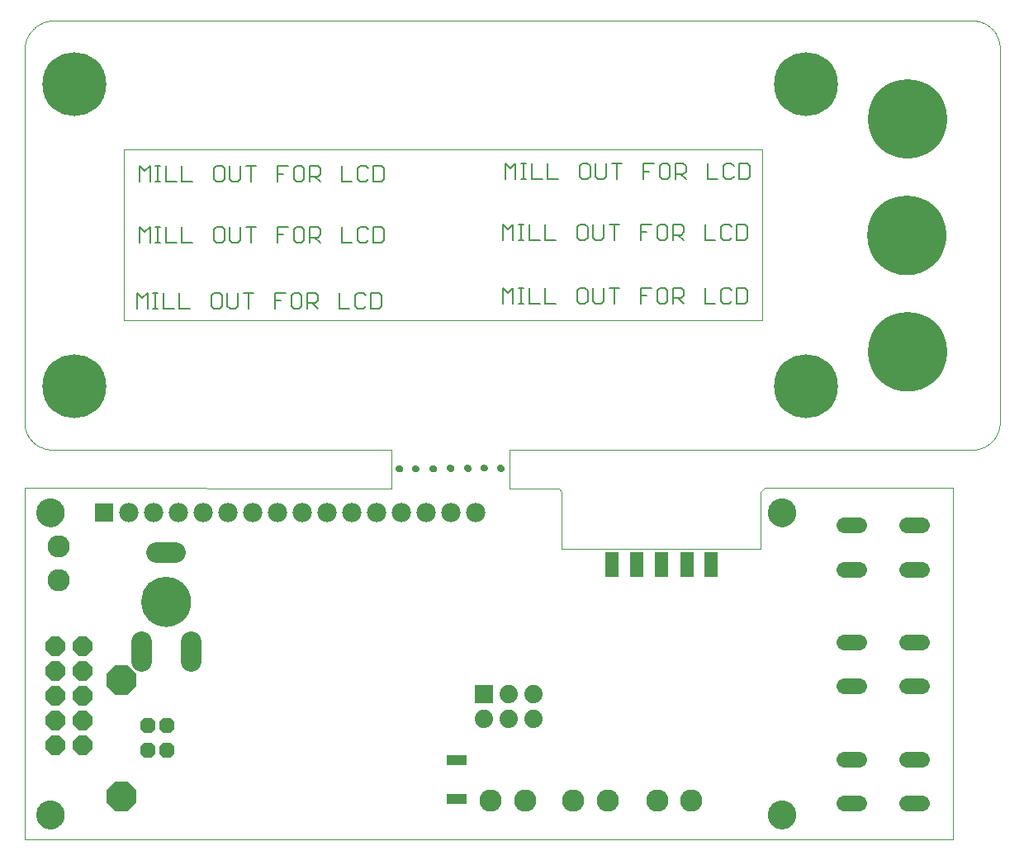
<source format=gbs>
G75*
%MOIN*%
%OFA0B0*%
%FSLAX25Y25*%
%IPPOS*%
%LPD*%
%AMOC8*
5,1,8,0,0,1.08239X$1,22.5*
%
%ADD10C,0.00000*%
%ADD11C,0.20085*%
%ADD12C,0.01000*%
%ADD13C,0.00004*%
%ADD14C,0.31896*%
%ADD15C,0.02762*%
%ADD16C,0.00600*%
%ADD17R,0.07800X0.07800*%
%ADD18C,0.07800*%
%ADD19C,0.11424*%
%ADD20C,0.06400*%
%ADD21C,0.09000*%
%ADD22OC8,0.06140*%
%ADD23OC8,0.12211*%
%ADD24OC8,0.07800*%
%ADD25C,0.08200*%
%ADD26R,0.08200X0.04400*%
%ADD27R,0.07400X0.07400*%
%ADD28C,0.07400*%
%ADD29R,0.05400X0.10400*%
%ADD30C,0.25800*%
D10*
X0006802Y0006921D02*
X0006802Y0148882D01*
X0154932Y0148654D01*
X0156901Y0156724D02*
X0156903Y0156793D01*
X0156909Y0156861D01*
X0156919Y0156929D01*
X0156933Y0156996D01*
X0156951Y0157063D01*
X0156972Y0157128D01*
X0156998Y0157192D01*
X0157027Y0157254D01*
X0157059Y0157314D01*
X0157095Y0157373D01*
X0157135Y0157429D01*
X0157177Y0157483D01*
X0157223Y0157534D01*
X0157272Y0157583D01*
X0157323Y0157629D01*
X0157377Y0157671D01*
X0157433Y0157711D01*
X0157491Y0157747D01*
X0157552Y0157779D01*
X0157614Y0157808D01*
X0157678Y0157834D01*
X0157743Y0157855D01*
X0157810Y0157873D01*
X0157877Y0157887D01*
X0157945Y0157897D01*
X0158013Y0157903D01*
X0158082Y0157905D01*
X0158151Y0157903D01*
X0158219Y0157897D01*
X0158287Y0157887D01*
X0158354Y0157873D01*
X0158421Y0157855D01*
X0158486Y0157834D01*
X0158550Y0157808D01*
X0158612Y0157779D01*
X0158672Y0157747D01*
X0158731Y0157711D01*
X0158787Y0157671D01*
X0158841Y0157629D01*
X0158892Y0157583D01*
X0158941Y0157534D01*
X0158987Y0157483D01*
X0159029Y0157429D01*
X0159069Y0157373D01*
X0159105Y0157314D01*
X0159137Y0157254D01*
X0159166Y0157192D01*
X0159192Y0157128D01*
X0159213Y0157063D01*
X0159231Y0156996D01*
X0159245Y0156929D01*
X0159255Y0156861D01*
X0159261Y0156793D01*
X0159263Y0156724D01*
X0159261Y0156655D01*
X0159255Y0156587D01*
X0159245Y0156519D01*
X0159231Y0156452D01*
X0159213Y0156385D01*
X0159192Y0156320D01*
X0159166Y0156256D01*
X0159137Y0156194D01*
X0159105Y0156133D01*
X0159069Y0156075D01*
X0159029Y0156019D01*
X0158987Y0155965D01*
X0158941Y0155914D01*
X0158892Y0155865D01*
X0158841Y0155819D01*
X0158787Y0155777D01*
X0158731Y0155737D01*
X0158673Y0155701D01*
X0158612Y0155669D01*
X0158550Y0155640D01*
X0158486Y0155614D01*
X0158421Y0155593D01*
X0158354Y0155575D01*
X0158287Y0155561D01*
X0158219Y0155551D01*
X0158151Y0155545D01*
X0158082Y0155543D01*
X0158013Y0155545D01*
X0157945Y0155551D01*
X0157877Y0155561D01*
X0157810Y0155575D01*
X0157743Y0155593D01*
X0157678Y0155614D01*
X0157614Y0155640D01*
X0157552Y0155669D01*
X0157491Y0155701D01*
X0157433Y0155737D01*
X0157377Y0155777D01*
X0157323Y0155819D01*
X0157272Y0155865D01*
X0157223Y0155914D01*
X0157177Y0155965D01*
X0157135Y0156019D01*
X0157095Y0156075D01*
X0157059Y0156133D01*
X0157027Y0156194D01*
X0156998Y0156256D01*
X0156972Y0156320D01*
X0156951Y0156385D01*
X0156933Y0156452D01*
X0156919Y0156519D01*
X0156909Y0156587D01*
X0156903Y0156655D01*
X0156901Y0156724D01*
X0163495Y0156724D02*
X0163497Y0156793D01*
X0163503Y0156861D01*
X0163513Y0156929D01*
X0163527Y0156996D01*
X0163545Y0157063D01*
X0163566Y0157128D01*
X0163592Y0157192D01*
X0163621Y0157254D01*
X0163653Y0157314D01*
X0163689Y0157373D01*
X0163729Y0157429D01*
X0163771Y0157483D01*
X0163817Y0157534D01*
X0163866Y0157583D01*
X0163917Y0157629D01*
X0163971Y0157671D01*
X0164027Y0157711D01*
X0164085Y0157747D01*
X0164146Y0157779D01*
X0164208Y0157808D01*
X0164272Y0157834D01*
X0164337Y0157855D01*
X0164404Y0157873D01*
X0164471Y0157887D01*
X0164539Y0157897D01*
X0164607Y0157903D01*
X0164676Y0157905D01*
X0164745Y0157903D01*
X0164813Y0157897D01*
X0164881Y0157887D01*
X0164948Y0157873D01*
X0165015Y0157855D01*
X0165080Y0157834D01*
X0165144Y0157808D01*
X0165206Y0157779D01*
X0165266Y0157747D01*
X0165325Y0157711D01*
X0165381Y0157671D01*
X0165435Y0157629D01*
X0165486Y0157583D01*
X0165535Y0157534D01*
X0165581Y0157483D01*
X0165623Y0157429D01*
X0165663Y0157373D01*
X0165699Y0157314D01*
X0165731Y0157254D01*
X0165760Y0157192D01*
X0165786Y0157128D01*
X0165807Y0157063D01*
X0165825Y0156996D01*
X0165839Y0156929D01*
X0165849Y0156861D01*
X0165855Y0156793D01*
X0165857Y0156724D01*
X0165855Y0156655D01*
X0165849Y0156587D01*
X0165839Y0156519D01*
X0165825Y0156452D01*
X0165807Y0156385D01*
X0165786Y0156320D01*
X0165760Y0156256D01*
X0165731Y0156194D01*
X0165699Y0156133D01*
X0165663Y0156075D01*
X0165623Y0156019D01*
X0165581Y0155965D01*
X0165535Y0155914D01*
X0165486Y0155865D01*
X0165435Y0155819D01*
X0165381Y0155777D01*
X0165325Y0155737D01*
X0165267Y0155701D01*
X0165206Y0155669D01*
X0165144Y0155640D01*
X0165080Y0155614D01*
X0165015Y0155593D01*
X0164948Y0155575D01*
X0164881Y0155561D01*
X0164813Y0155551D01*
X0164745Y0155545D01*
X0164676Y0155543D01*
X0164607Y0155545D01*
X0164539Y0155551D01*
X0164471Y0155561D01*
X0164404Y0155575D01*
X0164337Y0155593D01*
X0164272Y0155614D01*
X0164208Y0155640D01*
X0164146Y0155669D01*
X0164085Y0155701D01*
X0164027Y0155737D01*
X0163971Y0155777D01*
X0163917Y0155819D01*
X0163866Y0155865D01*
X0163817Y0155914D01*
X0163771Y0155965D01*
X0163729Y0156019D01*
X0163689Y0156075D01*
X0163653Y0156133D01*
X0163621Y0156194D01*
X0163592Y0156256D01*
X0163566Y0156320D01*
X0163545Y0156385D01*
X0163527Y0156452D01*
X0163513Y0156519D01*
X0163503Y0156587D01*
X0163497Y0156655D01*
X0163495Y0156724D01*
X0170582Y0156724D02*
X0170584Y0156793D01*
X0170590Y0156861D01*
X0170600Y0156929D01*
X0170614Y0156996D01*
X0170632Y0157063D01*
X0170653Y0157128D01*
X0170679Y0157192D01*
X0170708Y0157254D01*
X0170740Y0157314D01*
X0170776Y0157373D01*
X0170816Y0157429D01*
X0170858Y0157483D01*
X0170904Y0157534D01*
X0170953Y0157583D01*
X0171004Y0157629D01*
X0171058Y0157671D01*
X0171114Y0157711D01*
X0171172Y0157747D01*
X0171233Y0157779D01*
X0171295Y0157808D01*
X0171359Y0157834D01*
X0171424Y0157855D01*
X0171491Y0157873D01*
X0171558Y0157887D01*
X0171626Y0157897D01*
X0171694Y0157903D01*
X0171763Y0157905D01*
X0171832Y0157903D01*
X0171900Y0157897D01*
X0171968Y0157887D01*
X0172035Y0157873D01*
X0172102Y0157855D01*
X0172167Y0157834D01*
X0172231Y0157808D01*
X0172293Y0157779D01*
X0172353Y0157747D01*
X0172412Y0157711D01*
X0172468Y0157671D01*
X0172522Y0157629D01*
X0172573Y0157583D01*
X0172622Y0157534D01*
X0172668Y0157483D01*
X0172710Y0157429D01*
X0172750Y0157373D01*
X0172786Y0157314D01*
X0172818Y0157254D01*
X0172847Y0157192D01*
X0172873Y0157128D01*
X0172894Y0157063D01*
X0172912Y0156996D01*
X0172926Y0156929D01*
X0172936Y0156861D01*
X0172942Y0156793D01*
X0172944Y0156724D01*
X0172942Y0156655D01*
X0172936Y0156587D01*
X0172926Y0156519D01*
X0172912Y0156452D01*
X0172894Y0156385D01*
X0172873Y0156320D01*
X0172847Y0156256D01*
X0172818Y0156194D01*
X0172786Y0156133D01*
X0172750Y0156075D01*
X0172710Y0156019D01*
X0172668Y0155965D01*
X0172622Y0155914D01*
X0172573Y0155865D01*
X0172522Y0155819D01*
X0172468Y0155777D01*
X0172412Y0155737D01*
X0172354Y0155701D01*
X0172293Y0155669D01*
X0172231Y0155640D01*
X0172167Y0155614D01*
X0172102Y0155593D01*
X0172035Y0155575D01*
X0171968Y0155561D01*
X0171900Y0155551D01*
X0171832Y0155545D01*
X0171763Y0155543D01*
X0171694Y0155545D01*
X0171626Y0155551D01*
X0171558Y0155561D01*
X0171491Y0155575D01*
X0171424Y0155593D01*
X0171359Y0155614D01*
X0171295Y0155640D01*
X0171233Y0155669D01*
X0171172Y0155701D01*
X0171114Y0155737D01*
X0171058Y0155777D01*
X0171004Y0155819D01*
X0170953Y0155865D01*
X0170904Y0155914D01*
X0170858Y0155965D01*
X0170816Y0156019D01*
X0170776Y0156075D01*
X0170740Y0156133D01*
X0170708Y0156194D01*
X0170679Y0156256D01*
X0170653Y0156320D01*
X0170632Y0156385D01*
X0170614Y0156452D01*
X0170600Y0156519D01*
X0170590Y0156587D01*
X0170584Y0156655D01*
X0170582Y0156724D01*
X0177570Y0156921D02*
X0177572Y0156990D01*
X0177578Y0157058D01*
X0177588Y0157126D01*
X0177602Y0157193D01*
X0177620Y0157260D01*
X0177641Y0157325D01*
X0177667Y0157389D01*
X0177696Y0157451D01*
X0177728Y0157511D01*
X0177764Y0157570D01*
X0177804Y0157626D01*
X0177846Y0157680D01*
X0177892Y0157731D01*
X0177941Y0157780D01*
X0177992Y0157826D01*
X0178046Y0157868D01*
X0178102Y0157908D01*
X0178160Y0157944D01*
X0178221Y0157976D01*
X0178283Y0158005D01*
X0178347Y0158031D01*
X0178412Y0158052D01*
X0178479Y0158070D01*
X0178546Y0158084D01*
X0178614Y0158094D01*
X0178682Y0158100D01*
X0178751Y0158102D01*
X0178820Y0158100D01*
X0178888Y0158094D01*
X0178956Y0158084D01*
X0179023Y0158070D01*
X0179090Y0158052D01*
X0179155Y0158031D01*
X0179219Y0158005D01*
X0179281Y0157976D01*
X0179341Y0157944D01*
X0179400Y0157908D01*
X0179456Y0157868D01*
X0179510Y0157826D01*
X0179561Y0157780D01*
X0179610Y0157731D01*
X0179656Y0157680D01*
X0179698Y0157626D01*
X0179738Y0157570D01*
X0179774Y0157511D01*
X0179806Y0157451D01*
X0179835Y0157389D01*
X0179861Y0157325D01*
X0179882Y0157260D01*
X0179900Y0157193D01*
X0179914Y0157126D01*
X0179924Y0157058D01*
X0179930Y0156990D01*
X0179932Y0156921D01*
X0179930Y0156852D01*
X0179924Y0156784D01*
X0179914Y0156716D01*
X0179900Y0156649D01*
X0179882Y0156582D01*
X0179861Y0156517D01*
X0179835Y0156453D01*
X0179806Y0156391D01*
X0179774Y0156330D01*
X0179738Y0156272D01*
X0179698Y0156216D01*
X0179656Y0156162D01*
X0179610Y0156111D01*
X0179561Y0156062D01*
X0179510Y0156016D01*
X0179456Y0155974D01*
X0179400Y0155934D01*
X0179342Y0155898D01*
X0179281Y0155866D01*
X0179219Y0155837D01*
X0179155Y0155811D01*
X0179090Y0155790D01*
X0179023Y0155772D01*
X0178956Y0155758D01*
X0178888Y0155748D01*
X0178820Y0155742D01*
X0178751Y0155740D01*
X0178682Y0155742D01*
X0178614Y0155748D01*
X0178546Y0155758D01*
X0178479Y0155772D01*
X0178412Y0155790D01*
X0178347Y0155811D01*
X0178283Y0155837D01*
X0178221Y0155866D01*
X0178160Y0155898D01*
X0178102Y0155934D01*
X0178046Y0155974D01*
X0177992Y0156016D01*
X0177941Y0156062D01*
X0177892Y0156111D01*
X0177846Y0156162D01*
X0177804Y0156216D01*
X0177764Y0156272D01*
X0177728Y0156330D01*
X0177696Y0156391D01*
X0177667Y0156453D01*
X0177641Y0156517D01*
X0177620Y0156582D01*
X0177602Y0156649D01*
X0177588Y0156716D01*
X0177578Y0156784D01*
X0177572Y0156852D01*
X0177570Y0156921D01*
X0184558Y0156921D02*
X0184560Y0156990D01*
X0184566Y0157058D01*
X0184576Y0157126D01*
X0184590Y0157193D01*
X0184608Y0157260D01*
X0184629Y0157325D01*
X0184655Y0157389D01*
X0184684Y0157451D01*
X0184716Y0157511D01*
X0184752Y0157570D01*
X0184792Y0157626D01*
X0184834Y0157680D01*
X0184880Y0157731D01*
X0184929Y0157780D01*
X0184980Y0157826D01*
X0185034Y0157868D01*
X0185090Y0157908D01*
X0185148Y0157944D01*
X0185209Y0157976D01*
X0185271Y0158005D01*
X0185335Y0158031D01*
X0185400Y0158052D01*
X0185467Y0158070D01*
X0185534Y0158084D01*
X0185602Y0158094D01*
X0185670Y0158100D01*
X0185739Y0158102D01*
X0185808Y0158100D01*
X0185876Y0158094D01*
X0185944Y0158084D01*
X0186011Y0158070D01*
X0186078Y0158052D01*
X0186143Y0158031D01*
X0186207Y0158005D01*
X0186269Y0157976D01*
X0186329Y0157944D01*
X0186388Y0157908D01*
X0186444Y0157868D01*
X0186498Y0157826D01*
X0186549Y0157780D01*
X0186598Y0157731D01*
X0186644Y0157680D01*
X0186686Y0157626D01*
X0186726Y0157570D01*
X0186762Y0157511D01*
X0186794Y0157451D01*
X0186823Y0157389D01*
X0186849Y0157325D01*
X0186870Y0157260D01*
X0186888Y0157193D01*
X0186902Y0157126D01*
X0186912Y0157058D01*
X0186918Y0156990D01*
X0186920Y0156921D01*
X0186918Y0156852D01*
X0186912Y0156784D01*
X0186902Y0156716D01*
X0186888Y0156649D01*
X0186870Y0156582D01*
X0186849Y0156517D01*
X0186823Y0156453D01*
X0186794Y0156391D01*
X0186762Y0156330D01*
X0186726Y0156272D01*
X0186686Y0156216D01*
X0186644Y0156162D01*
X0186598Y0156111D01*
X0186549Y0156062D01*
X0186498Y0156016D01*
X0186444Y0155974D01*
X0186388Y0155934D01*
X0186330Y0155898D01*
X0186269Y0155866D01*
X0186207Y0155837D01*
X0186143Y0155811D01*
X0186078Y0155790D01*
X0186011Y0155772D01*
X0185944Y0155758D01*
X0185876Y0155748D01*
X0185808Y0155742D01*
X0185739Y0155740D01*
X0185670Y0155742D01*
X0185602Y0155748D01*
X0185534Y0155758D01*
X0185467Y0155772D01*
X0185400Y0155790D01*
X0185335Y0155811D01*
X0185271Y0155837D01*
X0185209Y0155866D01*
X0185148Y0155898D01*
X0185090Y0155934D01*
X0185034Y0155974D01*
X0184980Y0156016D01*
X0184929Y0156062D01*
X0184880Y0156111D01*
X0184834Y0156162D01*
X0184792Y0156216D01*
X0184752Y0156272D01*
X0184716Y0156330D01*
X0184684Y0156391D01*
X0184655Y0156453D01*
X0184629Y0156517D01*
X0184608Y0156582D01*
X0184590Y0156649D01*
X0184576Y0156716D01*
X0184566Y0156784D01*
X0184560Y0156852D01*
X0184558Y0156921D01*
X0191153Y0157020D02*
X0191155Y0157089D01*
X0191161Y0157157D01*
X0191171Y0157225D01*
X0191185Y0157292D01*
X0191203Y0157359D01*
X0191224Y0157424D01*
X0191250Y0157488D01*
X0191279Y0157550D01*
X0191311Y0157610D01*
X0191347Y0157669D01*
X0191387Y0157725D01*
X0191429Y0157779D01*
X0191475Y0157830D01*
X0191524Y0157879D01*
X0191575Y0157925D01*
X0191629Y0157967D01*
X0191685Y0158007D01*
X0191743Y0158043D01*
X0191804Y0158075D01*
X0191866Y0158104D01*
X0191930Y0158130D01*
X0191995Y0158151D01*
X0192062Y0158169D01*
X0192129Y0158183D01*
X0192197Y0158193D01*
X0192265Y0158199D01*
X0192334Y0158201D01*
X0192403Y0158199D01*
X0192471Y0158193D01*
X0192539Y0158183D01*
X0192606Y0158169D01*
X0192673Y0158151D01*
X0192738Y0158130D01*
X0192802Y0158104D01*
X0192864Y0158075D01*
X0192924Y0158043D01*
X0192983Y0158007D01*
X0193039Y0157967D01*
X0193093Y0157925D01*
X0193144Y0157879D01*
X0193193Y0157830D01*
X0193239Y0157779D01*
X0193281Y0157725D01*
X0193321Y0157669D01*
X0193357Y0157610D01*
X0193389Y0157550D01*
X0193418Y0157488D01*
X0193444Y0157424D01*
X0193465Y0157359D01*
X0193483Y0157292D01*
X0193497Y0157225D01*
X0193507Y0157157D01*
X0193513Y0157089D01*
X0193515Y0157020D01*
X0193513Y0156951D01*
X0193507Y0156883D01*
X0193497Y0156815D01*
X0193483Y0156748D01*
X0193465Y0156681D01*
X0193444Y0156616D01*
X0193418Y0156552D01*
X0193389Y0156490D01*
X0193357Y0156429D01*
X0193321Y0156371D01*
X0193281Y0156315D01*
X0193239Y0156261D01*
X0193193Y0156210D01*
X0193144Y0156161D01*
X0193093Y0156115D01*
X0193039Y0156073D01*
X0192983Y0156033D01*
X0192925Y0155997D01*
X0192864Y0155965D01*
X0192802Y0155936D01*
X0192738Y0155910D01*
X0192673Y0155889D01*
X0192606Y0155871D01*
X0192539Y0155857D01*
X0192471Y0155847D01*
X0192403Y0155841D01*
X0192334Y0155839D01*
X0192265Y0155841D01*
X0192197Y0155847D01*
X0192129Y0155857D01*
X0192062Y0155871D01*
X0191995Y0155889D01*
X0191930Y0155910D01*
X0191866Y0155936D01*
X0191804Y0155965D01*
X0191743Y0155997D01*
X0191685Y0156033D01*
X0191629Y0156073D01*
X0191575Y0156115D01*
X0191524Y0156161D01*
X0191475Y0156210D01*
X0191429Y0156261D01*
X0191387Y0156315D01*
X0191347Y0156371D01*
X0191311Y0156429D01*
X0191279Y0156490D01*
X0191250Y0156552D01*
X0191224Y0156616D01*
X0191203Y0156681D01*
X0191185Y0156748D01*
X0191171Y0156815D01*
X0191161Y0156883D01*
X0191155Y0156951D01*
X0191153Y0157020D01*
X0197846Y0156823D02*
X0197848Y0156892D01*
X0197854Y0156960D01*
X0197864Y0157028D01*
X0197878Y0157095D01*
X0197896Y0157162D01*
X0197917Y0157227D01*
X0197943Y0157291D01*
X0197972Y0157353D01*
X0198004Y0157413D01*
X0198040Y0157472D01*
X0198080Y0157528D01*
X0198122Y0157582D01*
X0198168Y0157633D01*
X0198217Y0157682D01*
X0198268Y0157728D01*
X0198322Y0157770D01*
X0198378Y0157810D01*
X0198436Y0157846D01*
X0198497Y0157878D01*
X0198559Y0157907D01*
X0198623Y0157933D01*
X0198688Y0157954D01*
X0198755Y0157972D01*
X0198822Y0157986D01*
X0198890Y0157996D01*
X0198958Y0158002D01*
X0199027Y0158004D01*
X0199096Y0158002D01*
X0199164Y0157996D01*
X0199232Y0157986D01*
X0199299Y0157972D01*
X0199366Y0157954D01*
X0199431Y0157933D01*
X0199495Y0157907D01*
X0199557Y0157878D01*
X0199617Y0157846D01*
X0199676Y0157810D01*
X0199732Y0157770D01*
X0199786Y0157728D01*
X0199837Y0157682D01*
X0199886Y0157633D01*
X0199932Y0157582D01*
X0199974Y0157528D01*
X0200014Y0157472D01*
X0200050Y0157413D01*
X0200082Y0157353D01*
X0200111Y0157291D01*
X0200137Y0157227D01*
X0200158Y0157162D01*
X0200176Y0157095D01*
X0200190Y0157028D01*
X0200200Y0156960D01*
X0200206Y0156892D01*
X0200208Y0156823D01*
X0200206Y0156754D01*
X0200200Y0156686D01*
X0200190Y0156618D01*
X0200176Y0156551D01*
X0200158Y0156484D01*
X0200137Y0156419D01*
X0200111Y0156355D01*
X0200082Y0156293D01*
X0200050Y0156232D01*
X0200014Y0156174D01*
X0199974Y0156118D01*
X0199932Y0156064D01*
X0199886Y0156013D01*
X0199837Y0155964D01*
X0199786Y0155918D01*
X0199732Y0155876D01*
X0199676Y0155836D01*
X0199618Y0155800D01*
X0199557Y0155768D01*
X0199495Y0155739D01*
X0199431Y0155713D01*
X0199366Y0155692D01*
X0199299Y0155674D01*
X0199232Y0155660D01*
X0199164Y0155650D01*
X0199096Y0155644D01*
X0199027Y0155642D01*
X0198958Y0155644D01*
X0198890Y0155650D01*
X0198822Y0155660D01*
X0198755Y0155674D01*
X0198688Y0155692D01*
X0198623Y0155713D01*
X0198559Y0155739D01*
X0198497Y0155768D01*
X0198436Y0155800D01*
X0198378Y0155836D01*
X0198322Y0155876D01*
X0198268Y0155918D01*
X0198217Y0155964D01*
X0198168Y0156013D01*
X0198122Y0156064D01*
X0198080Y0156118D01*
X0198040Y0156174D01*
X0198004Y0156232D01*
X0197972Y0156293D01*
X0197943Y0156355D01*
X0197917Y0156419D01*
X0197896Y0156484D01*
X0197878Y0156551D01*
X0197864Y0156618D01*
X0197854Y0156686D01*
X0197848Y0156754D01*
X0197846Y0156823D01*
X0202570Y0148654D02*
X0222550Y0148654D01*
X0223731Y0147472D01*
X0223731Y0124244D01*
X0304046Y0124244D01*
X0304046Y0147472D01*
X0305456Y0148882D01*
X0381503Y0148882D01*
X0381503Y0006921D01*
X0006802Y0006921D01*
X0011652Y0016898D02*
X0011654Y0017046D01*
X0011660Y0017194D01*
X0011670Y0017342D01*
X0011684Y0017489D01*
X0011702Y0017636D01*
X0011723Y0017782D01*
X0011749Y0017928D01*
X0011779Y0018073D01*
X0011812Y0018217D01*
X0011850Y0018360D01*
X0011891Y0018502D01*
X0011936Y0018643D01*
X0011984Y0018783D01*
X0012037Y0018922D01*
X0012093Y0019059D01*
X0012153Y0019194D01*
X0012216Y0019328D01*
X0012283Y0019460D01*
X0012354Y0019590D01*
X0012428Y0019718D01*
X0012505Y0019844D01*
X0012586Y0019968D01*
X0012670Y0020090D01*
X0012757Y0020209D01*
X0012848Y0020326D01*
X0012942Y0020441D01*
X0013038Y0020553D01*
X0013138Y0020663D01*
X0013240Y0020769D01*
X0013346Y0020873D01*
X0013454Y0020974D01*
X0013565Y0021072D01*
X0013678Y0021168D01*
X0013794Y0021260D01*
X0013912Y0021349D01*
X0014033Y0021434D01*
X0014156Y0021517D01*
X0014281Y0021596D01*
X0014408Y0021672D01*
X0014537Y0021744D01*
X0014668Y0021813D01*
X0014801Y0021878D01*
X0014936Y0021939D01*
X0015072Y0021997D01*
X0015209Y0022052D01*
X0015348Y0022102D01*
X0015489Y0022149D01*
X0015630Y0022192D01*
X0015773Y0022232D01*
X0015917Y0022267D01*
X0016061Y0022299D01*
X0016207Y0022326D01*
X0016353Y0022350D01*
X0016500Y0022370D01*
X0016647Y0022386D01*
X0016794Y0022398D01*
X0016942Y0022406D01*
X0017090Y0022410D01*
X0017238Y0022410D01*
X0017386Y0022406D01*
X0017534Y0022398D01*
X0017681Y0022386D01*
X0017828Y0022370D01*
X0017975Y0022350D01*
X0018121Y0022326D01*
X0018267Y0022299D01*
X0018411Y0022267D01*
X0018555Y0022232D01*
X0018698Y0022192D01*
X0018839Y0022149D01*
X0018980Y0022102D01*
X0019119Y0022052D01*
X0019256Y0021997D01*
X0019392Y0021939D01*
X0019527Y0021878D01*
X0019660Y0021813D01*
X0019791Y0021744D01*
X0019920Y0021672D01*
X0020047Y0021596D01*
X0020172Y0021517D01*
X0020295Y0021434D01*
X0020416Y0021349D01*
X0020534Y0021260D01*
X0020650Y0021168D01*
X0020763Y0021072D01*
X0020874Y0020974D01*
X0020982Y0020873D01*
X0021088Y0020769D01*
X0021190Y0020663D01*
X0021290Y0020553D01*
X0021386Y0020441D01*
X0021480Y0020326D01*
X0021571Y0020209D01*
X0021658Y0020090D01*
X0021742Y0019968D01*
X0021823Y0019844D01*
X0021900Y0019718D01*
X0021974Y0019590D01*
X0022045Y0019460D01*
X0022112Y0019328D01*
X0022175Y0019194D01*
X0022235Y0019059D01*
X0022291Y0018922D01*
X0022344Y0018783D01*
X0022392Y0018643D01*
X0022437Y0018502D01*
X0022478Y0018360D01*
X0022516Y0018217D01*
X0022549Y0018073D01*
X0022579Y0017928D01*
X0022605Y0017782D01*
X0022626Y0017636D01*
X0022644Y0017489D01*
X0022658Y0017342D01*
X0022668Y0017194D01*
X0022674Y0017046D01*
X0022676Y0016898D01*
X0022674Y0016750D01*
X0022668Y0016602D01*
X0022658Y0016454D01*
X0022644Y0016307D01*
X0022626Y0016160D01*
X0022605Y0016014D01*
X0022579Y0015868D01*
X0022549Y0015723D01*
X0022516Y0015579D01*
X0022478Y0015436D01*
X0022437Y0015294D01*
X0022392Y0015153D01*
X0022344Y0015013D01*
X0022291Y0014874D01*
X0022235Y0014737D01*
X0022175Y0014602D01*
X0022112Y0014468D01*
X0022045Y0014336D01*
X0021974Y0014206D01*
X0021900Y0014078D01*
X0021823Y0013952D01*
X0021742Y0013828D01*
X0021658Y0013706D01*
X0021571Y0013587D01*
X0021480Y0013470D01*
X0021386Y0013355D01*
X0021290Y0013243D01*
X0021190Y0013133D01*
X0021088Y0013027D01*
X0020982Y0012923D01*
X0020874Y0012822D01*
X0020763Y0012724D01*
X0020650Y0012628D01*
X0020534Y0012536D01*
X0020416Y0012447D01*
X0020295Y0012362D01*
X0020172Y0012279D01*
X0020047Y0012200D01*
X0019920Y0012124D01*
X0019791Y0012052D01*
X0019660Y0011983D01*
X0019527Y0011918D01*
X0019392Y0011857D01*
X0019256Y0011799D01*
X0019119Y0011744D01*
X0018980Y0011694D01*
X0018839Y0011647D01*
X0018698Y0011604D01*
X0018555Y0011564D01*
X0018411Y0011529D01*
X0018267Y0011497D01*
X0018121Y0011470D01*
X0017975Y0011446D01*
X0017828Y0011426D01*
X0017681Y0011410D01*
X0017534Y0011398D01*
X0017386Y0011390D01*
X0017238Y0011386D01*
X0017090Y0011386D01*
X0016942Y0011390D01*
X0016794Y0011398D01*
X0016647Y0011410D01*
X0016500Y0011426D01*
X0016353Y0011446D01*
X0016207Y0011470D01*
X0016061Y0011497D01*
X0015917Y0011529D01*
X0015773Y0011564D01*
X0015630Y0011604D01*
X0015489Y0011647D01*
X0015348Y0011694D01*
X0015209Y0011744D01*
X0015072Y0011799D01*
X0014936Y0011857D01*
X0014801Y0011918D01*
X0014668Y0011983D01*
X0014537Y0012052D01*
X0014408Y0012124D01*
X0014281Y0012200D01*
X0014156Y0012279D01*
X0014033Y0012362D01*
X0013912Y0012447D01*
X0013794Y0012536D01*
X0013678Y0012628D01*
X0013565Y0012724D01*
X0013454Y0012822D01*
X0013346Y0012923D01*
X0013240Y0013027D01*
X0013138Y0013133D01*
X0013038Y0013243D01*
X0012942Y0013355D01*
X0012848Y0013470D01*
X0012757Y0013587D01*
X0012670Y0013706D01*
X0012586Y0013828D01*
X0012505Y0013952D01*
X0012428Y0014078D01*
X0012354Y0014206D01*
X0012283Y0014336D01*
X0012216Y0014468D01*
X0012153Y0014602D01*
X0012093Y0014737D01*
X0012037Y0014874D01*
X0011984Y0015013D01*
X0011936Y0015153D01*
X0011891Y0015294D01*
X0011850Y0015436D01*
X0011812Y0015579D01*
X0011779Y0015723D01*
X0011749Y0015868D01*
X0011723Y0016014D01*
X0011702Y0016160D01*
X0011684Y0016307D01*
X0011670Y0016454D01*
X0011660Y0016602D01*
X0011654Y0016750D01*
X0011652Y0016898D01*
X0054046Y0102984D02*
X0054049Y0103226D01*
X0054058Y0103467D01*
X0054073Y0103708D01*
X0054093Y0103949D01*
X0054120Y0104189D01*
X0054153Y0104428D01*
X0054191Y0104667D01*
X0054235Y0104904D01*
X0054285Y0105141D01*
X0054341Y0105376D01*
X0054403Y0105609D01*
X0054470Y0105841D01*
X0054543Y0106072D01*
X0054621Y0106300D01*
X0054706Y0106526D01*
X0054795Y0106751D01*
X0054890Y0106973D01*
X0054991Y0107192D01*
X0055097Y0107410D01*
X0055208Y0107624D01*
X0055325Y0107836D01*
X0055446Y0108044D01*
X0055573Y0108250D01*
X0055705Y0108452D01*
X0055842Y0108652D01*
X0055983Y0108847D01*
X0056129Y0109040D01*
X0056280Y0109228D01*
X0056436Y0109413D01*
X0056596Y0109594D01*
X0056760Y0109771D01*
X0056929Y0109944D01*
X0057102Y0110113D01*
X0057279Y0110277D01*
X0057460Y0110437D01*
X0057645Y0110593D01*
X0057833Y0110744D01*
X0058026Y0110890D01*
X0058221Y0111031D01*
X0058421Y0111168D01*
X0058623Y0111300D01*
X0058829Y0111427D01*
X0059037Y0111548D01*
X0059249Y0111665D01*
X0059463Y0111776D01*
X0059681Y0111882D01*
X0059900Y0111983D01*
X0060122Y0112078D01*
X0060347Y0112167D01*
X0060573Y0112252D01*
X0060801Y0112330D01*
X0061032Y0112403D01*
X0061264Y0112470D01*
X0061497Y0112532D01*
X0061732Y0112588D01*
X0061969Y0112638D01*
X0062206Y0112682D01*
X0062445Y0112720D01*
X0062684Y0112753D01*
X0062924Y0112780D01*
X0063165Y0112800D01*
X0063406Y0112815D01*
X0063647Y0112824D01*
X0063889Y0112827D01*
X0064131Y0112824D01*
X0064372Y0112815D01*
X0064613Y0112800D01*
X0064854Y0112780D01*
X0065094Y0112753D01*
X0065333Y0112720D01*
X0065572Y0112682D01*
X0065809Y0112638D01*
X0066046Y0112588D01*
X0066281Y0112532D01*
X0066514Y0112470D01*
X0066746Y0112403D01*
X0066977Y0112330D01*
X0067205Y0112252D01*
X0067431Y0112167D01*
X0067656Y0112078D01*
X0067878Y0111983D01*
X0068097Y0111882D01*
X0068315Y0111776D01*
X0068529Y0111665D01*
X0068741Y0111548D01*
X0068949Y0111427D01*
X0069155Y0111300D01*
X0069357Y0111168D01*
X0069557Y0111031D01*
X0069752Y0110890D01*
X0069945Y0110744D01*
X0070133Y0110593D01*
X0070318Y0110437D01*
X0070499Y0110277D01*
X0070676Y0110113D01*
X0070849Y0109944D01*
X0071018Y0109771D01*
X0071182Y0109594D01*
X0071342Y0109413D01*
X0071498Y0109228D01*
X0071649Y0109040D01*
X0071795Y0108847D01*
X0071936Y0108652D01*
X0072073Y0108452D01*
X0072205Y0108250D01*
X0072332Y0108044D01*
X0072453Y0107836D01*
X0072570Y0107624D01*
X0072681Y0107410D01*
X0072787Y0107192D01*
X0072888Y0106973D01*
X0072983Y0106751D01*
X0073072Y0106526D01*
X0073157Y0106300D01*
X0073235Y0106072D01*
X0073308Y0105841D01*
X0073375Y0105609D01*
X0073437Y0105376D01*
X0073493Y0105141D01*
X0073543Y0104904D01*
X0073587Y0104667D01*
X0073625Y0104428D01*
X0073658Y0104189D01*
X0073685Y0103949D01*
X0073705Y0103708D01*
X0073720Y0103467D01*
X0073729Y0103226D01*
X0073732Y0102984D01*
X0073729Y0102742D01*
X0073720Y0102501D01*
X0073705Y0102260D01*
X0073685Y0102019D01*
X0073658Y0101779D01*
X0073625Y0101540D01*
X0073587Y0101301D01*
X0073543Y0101064D01*
X0073493Y0100827D01*
X0073437Y0100592D01*
X0073375Y0100359D01*
X0073308Y0100127D01*
X0073235Y0099896D01*
X0073157Y0099668D01*
X0073072Y0099442D01*
X0072983Y0099217D01*
X0072888Y0098995D01*
X0072787Y0098776D01*
X0072681Y0098558D01*
X0072570Y0098344D01*
X0072453Y0098132D01*
X0072332Y0097924D01*
X0072205Y0097718D01*
X0072073Y0097516D01*
X0071936Y0097316D01*
X0071795Y0097121D01*
X0071649Y0096928D01*
X0071498Y0096740D01*
X0071342Y0096555D01*
X0071182Y0096374D01*
X0071018Y0096197D01*
X0070849Y0096024D01*
X0070676Y0095855D01*
X0070499Y0095691D01*
X0070318Y0095531D01*
X0070133Y0095375D01*
X0069945Y0095224D01*
X0069752Y0095078D01*
X0069557Y0094937D01*
X0069357Y0094800D01*
X0069155Y0094668D01*
X0068949Y0094541D01*
X0068741Y0094420D01*
X0068529Y0094303D01*
X0068315Y0094192D01*
X0068097Y0094086D01*
X0067878Y0093985D01*
X0067656Y0093890D01*
X0067431Y0093801D01*
X0067205Y0093716D01*
X0066977Y0093638D01*
X0066746Y0093565D01*
X0066514Y0093498D01*
X0066281Y0093436D01*
X0066046Y0093380D01*
X0065809Y0093330D01*
X0065572Y0093286D01*
X0065333Y0093248D01*
X0065094Y0093215D01*
X0064854Y0093188D01*
X0064613Y0093168D01*
X0064372Y0093153D01*
X0064131Y0093144D01*
X0063889Y0093141D01*
X0063647Y0093144D01*
X0063406Y0093153D01*
X0063165Y0093168D01*
X0062924Y0093188D01*
X0062684Y0093215D01*
X0062445Y0093248D01*
X0062206Y0093286D01*
X0061969Y0093330D01*
X0061732Y0093380D01*
X0061497Y0093436D01*
X0061264Y0093498D01*
X0061032Y0093565D01*
X0060801Y0093638D01*
X0060573Y0093716D01*
X0060347Y0093801D01*
X0060122Y0093890D01*
X0059900Y0093985D01*
X0059681Y0094086D01*
X0059463Y0094192D01*
X0059249Y0094303D01*
X0059037Y0094420D01*
X0058829Y0094541D01*
X0058623Y0094668D01*
X0058421Y0094800D01*
X0058221Y0094937D01*
X0058026Y0095078D01*
X0057833Y0095224D01*
X0057645Y0095375D01*
X0057460Y0095531D01*
X0057279Y0095691D01*
X0057102Y0095855D01*
X0056929Y0096024D01*
X0056760Y0096197D01*
X0056596Y0096374D01*
X0056436Y0096555D01*
X0056280Y0096740D01*
X0056129Y0096928D01*
X0055983Y0097121D01*
X0055842Y0097316D01*
X0055705Y0097516D01*
X0055573Y0097718D01*
X0055446Y0097924D01*
X0055325Y0098132D01*
X0055208Y0098344D01*
X0055097Y0098558D01*
X0054991Y0098776D01*
X0054890Y0098995D01*
X0054795Y0099217D01*
X0054706Y0099442D01*
X0054621Y0099668D01*
X0054543Y0099896D01*
X0054470Y0100127D01*
X0054403Y0100359D01*
X0054341Y0100592D01*
X0054285Y0100827D01*
X0054235Y0101064D01*
X0054191Y0101301D01*
X0054153Y0101540D01*
X0054120Y0101779D01*
X0054093Y0102019D01*
X0054073Y0102260D01*
X0054058Y0102501D01*
X0054049Y0102742D01*
X0054046Y0102984D01*
X0011652Y0138945D02*
X0011654Y0139093D01*
X0011660Y0139241D01*
X0011670Y0139389D01*
X0011684Y0139536D01*
X0011702Y0139683D01*
X0011723Y0139829D01*
X0011749Y0139975D01*
X0011779Y0140120D01*
X0011812Y0140264D01*
X0011850Y0140407D01*
X0011891Y0140549D01*
X0011936Y0140690D01*
X0011984Y0140830D01*
X0012037Y0140969D01*
X0012093Y0141106D01*
X0012153Y0141241D01*
X0012216Y0141375D01*
X0012283Y0141507D01*
X0012354Y0141637D01*
X0012428Y0141765D01*
X0012505Y0141891D01*
X0012586Y0142015D01*
X0012670Y0142137D01*
X0012757Y0142256D01*
X0012848Y0142373D01*
X0012942Y0142488D01*
X0013038Y0142600D01*
X0013138Y0142710D01*
X0013240Y0142816D01*
X0013346Y0142920D01*
X0013454Y0143021D01*
X0013565Y0143119D01*
X0013678Y0143215D01*
X0013794Y0143307D01*
X0013912Y0143396D01*
X0014033Y0143481D01*
X0014156Y0143564D01*
X0014281Y0143643D01*
X0014408Y0143719D01*
X0014537Y0143791D01*
X0014668Y0143860D01*
X0014801Y0143925D01*
X0014936Y0143986D01*
X0015072Y0144044D01*
X0015209Y0144099D01*
X0015348Y0144149D01*
X0015489Y0144196D01*
X0015630Y0144239D01*
X0015773Y0144279D01*
X0015917Y0144314D01*
X0016061Y0144346D01*
X0016207Y0144373D01*
X0016353Y0144397D01*
X0016500Y0144417D01*
X0016647Y0144433D01*
X0016794Y0144445D01*
X0016942Y0144453D01*
X0017090Y0144457D01*
X0017238Y0144457D01*
X0017386Y0144453D01*
X0017534Y0144445D01*
X0017681Y0144433D01*
X0017828Y0144417D01*
X0017975Y0144397D01*
X0018121Y0144373D01*
X0018267Y0144346D01*
X0018411Y0144314D01*
X0018555Y0144279D01*
X0018698Y0144239D01*
X0018839Y0144196D01*
X0018980Y0144149D01*
X0019119Y0144099D01*
X0019256Y0144044D01*
X0019392Y0143986D01*
X0019527Y0143925D01*
X0019660Y0143860D01*
X0019791Y0143791D01*
X0019920Y0143719D01*
X0020047Y0143643D01*
X0020172Y0143564D01*
X0020295Y0143481D01*
X0020416Y0143396D01*
X0020534Y0143307D01*
X0020650Y0143215D01*
X0020763Y0143119D01*
X0020874Y0143021D01*
X0020982Y0142920D01*
X0021088Y0142816D01*
X0021190Y0142710D01*
X0021290Y0142600D01*
X0021386Y0142488D01*
X0021480Y0142373D01*
X0021571Y0142256D01*
X0021658Y0142137D01*
X0021742Y0142015D01*
X0021823Y0141891D01*
X0021900Y0141765D01*
X0021974Y0141637D01*
X0022045Y0141507D01*
X0022112Y0141375D01*
X0022175Y0141241D01*
X0022235Y0141106D01*
X0022291Y0140969D01*
X0022344Y0140830D01*
X0022392Y0140690D01*
X0022437Y0140549D01*
X0022478Y0140407D01*
X0022516Y0140264D01*
X0022549Y0140120D01*
X0022579Y0139975D01*
X0022605Y0139829D01*
X0022626Y0139683D01*
X0022644Y0139536D01*
X0022658Y0139389D01*
X0022668Y0139241D01*
X0022674Y0139093D01*
X0022676Y0138945D01*
X0022674Y0138797D01*
X0022668Y0138649D01*
X0022658Y0138501D01*
X0022644Y0138354D01*
X0022626Y0138207D01*
X0022605Y0138061D01*
X0022579Y0137915D01*
X0022549Y0137770D01*
X0022516Y0137626D01*
X0022478Y0137483D01*
X0022437Y0137341D01*
X0022392Y0137200D01*
X0022344Y0137060D01*
X0022291Y0136921D01*
X0022235Y0136784D01*
X0022175Y0136649D01*
X0022112Y0136515D01*
X0022045Y0136383D01*
X0021974Y0136253D01*
X0021900Y0136125D01*
X0021823Y0135999D01*
X0021742Y0135875D01*
X0021658Y0135753D01*
X0021571Y0135634D01*
X0021480Y0135517D01*
X0021386Y0135402D01*
X0021290Y0135290D01*
X0021190Y0135180D01*
X0021088Y0135074D01*
X0020982Y0134970D01*
X0020874Y0134869D01*
X0020763Y0134771D01*
X0020650Y0134675D01*
X0020534Y0134583D01*
X0020416Y0134494D01*
X0020295Y0134409D01*
X0020172Y0134326D01*
X0020047Y0134247D01*
X0019920Y0134171D01*
X0019791Y0134099D01*
X0019660Y0134030D01*
X0019527Y0133965D01*
X0019392Y0133904D01*
X0019256Y0133846D01*
X0019119Y0133791D01*
X0018980Y0133741D01*
X0018839Y0133694D01*
X0018698Y0133651D01*
X0018555Y0133611D01*
X0018411Y0133576D01*
X0018267Y0133544D01*
X0018121Y0133517D01*
X0017975Y0133493D01*
X0017828Y0133473D01*
X0017681Y0133457D01*
X0017534Y0133445D01*
X0017386Y0133437D01*
X0017238Y0133433D01*
X0017090Y0133433D01*
X0016942Y0133437D01*
X0016794Y0133445D01*
X0016647Y0133457D01*
X0016500Y0133473D01*
X0016353Y0133493D01*
X0016207Y0133517D01*
X0016061Y0133544D01*
X0015917Y0133576D01*
X0015773Y0133611D01*
X0015630Y0133651D01*
X0015489Y0133694D01*
X0015348Y0133741D01*
X0015209Y0133791D01*
X0015072Y0133846D01*
X0014936Y0133904D01*
X0014801Y0133965D01*
X0014668Y0134030D01*
X0014537Y0134099D01*
X0014408Y0134171D01*
X0014281Y0134247D01*
X0014156Y0134326D01*
X0014033Y0134409D01*
X0013912Y0134494D01*
X0013794Y0134583D01*
X0013678Y0134675D01*
X0013565Y0134771D01*
X0013454Y0134869D01*
X0013346Y0134970D01*
X0013240Y0135074D01*
X0013138Y0135180D01*
X0013038Y0135290D01*
X0012942Y0135402D01*
X0012848Y0135517D01*
X0012757Y0135634D01*
X0012670Y0135753D01*
X0012586Y0135875D01*
X0012505Y0135999D01*
X0012428Y0136125D01*
X0012354Y0136253D01*
X0012283Y0136383D01*
X0012216Y0136515D01*
X0012153Y0136649D01*
X0012093Y0136784D01*
X0012037Y0136921D01*
X0011984Y0137060D01*
X0011936Y0137200D01*
X0011891Y0137341D01*
X0011850Y0137483D01*
X0011812Y0137626D01*
X0011779Y0137770D01*
X0011749Y0137915D01*
X0011723Y0138061D01*
X0011702Y0138207D01*
X0011684Y0138354D01*
X0011670Y0138501D01*
X0011660Y0138649D01*
X0011654Y0138797D01*
X0011652Y0138945D01*
X0306928Y0138945D02*
X0306930Y0139093D01*
X0306936Y0139241D01*
X0306946Y0139389D01*
X0306960Y0139536D01*
X0306978Y0139683D01*
X0306999Y0139829D01*
X0307025Y0139975D01*
X0307055Y0140120D01*
X0307088Y0140264D01*
X0307126Y0140407D01*
X0307167Y0140549D01*
X0307212Y0140690D01*
X0307260Y0140830D01*
X0307313Y0140969D01*
X0307369Y0141106D01*
X0307429Y0141241D01*
X0307492Y0141375D01*
X0307559Y0141507D01*
X0307630Y0141637D01*
X0307704Y0141765D01*
X0307781Y0141891D01*
X0307862Y0142015D01*
X0307946Y0142137D01*
X0308033Y0142256D01*
X0308124Y0142373D01*
X0308218Y0142488D01*
X0308314Y0142600D01*
X0308414Y0142710D01*
X0308516Y0142816D01*
X0308622Y0142920D01*
X0308730Y0143021D01*
X0308841Y0143119D01*
X0308954Y0143215D01*
X0309070Y0143307D01*
X0309188Y0143396D01*
X0309309Y0143481D01*
X0309432Y0143564D01*
X0309557Y0143643D01*
X0309684Y0143719D01*
X0309813Y0143791D01*
X0309944Y0143860D01*
X0310077Y0143925D01*
X0310212Y0143986D01*
X0310348Y0144044D01*
X0310485Y0144099D01*
X0310624Y0144149D01*
X0310765Y0144196D01*
X0310906Y0144239D01*
X0311049Y0144279D01*
X0311193Y0144314D01*
X0311337Y0144346D01*
X0311483Y0144373D01*
X0311629Y0144397D01*
X0311776Y0144417D01*
X0311923Y0144433D01*
X0312070Y0144445D01*
X0312218Y0144453D01*
X0312366Y0144457D01*
X0312514Y0144457D01*
X0312662Y0144453D01*
X0312810Y0144445D01*
X0312957Y0144433D01*
X0313104Y0144417D01*
X0313251Y0144397D01*
X0313397Y0144373D01*
X0313543Y0144346D01*
X0313687Y0144314D01*
X0313831Y0144279D01*
X0313974Y0144239D01*
X0314115Y0144196D01*
X0314256Y0144149D01*
X0314395Y0144099D01*
X0314532Y0144044D01*
X0314668Y0143986D01*
X0314803Y0143925D01*
X0314936Y0143860D01*
X0315067Y0143791D01*
X0315196Y0143719D01*
X0315323Y0143643D01*
X0315448Y0143564D01*
X0315571Y0143481D01*
X0315692Y0143396D01*
X0315810Y0143307D01*
X0315926Y0143215D01*
X0316039Y0143119D01*
X0316150Y0143021D01*
X0316258Y0142920D01*
X0316364Y0142816D01*
X0316466Y0142710D01*
X0316566Y0142600D01*
X0316662Y0142488D01*
X0316756Y0142373D01*
X0316847Y0142256D01*
X0316934Y0142137D01*
X0317018Y0142015D01*
X0317099Y0141891D01*
X0317176Y0141765D01*
X0317250Y0141637D01*
X0317321Y0141507D01*
X0317388Y0141375D01*
X0317451Y0141241D01*
X0317511Y0141106D01*
X0317567Y0140969D01*
X0317620Y0140830D01*
X0317668Y0140690D01*
X0317713Y0140549D01*
X0317754Y0140407D01*
X0317792Y0140264D01*
X0317825Y0140120D01*
X0317855Y0139975D01*
X0317881Y0139829D01*
X0317902Y0139683D01*
X0317920Y0139536D01*
X0317934Y0139389D01*
X0317944Y0139241D01*
X0317950Y0139093D01*
X0317952Y0138945D01*
X0317950Y0138797D01*
X0317944Y0138649D01*
X0317934Y0138501D01*
X0317920Y0138354D01*
X0317902Y0138207D01*
X0317881Y0138061D01*
X0317855Y0137915D01*
X0317825Y0137770D01*
X0317792Y0137626D01*
X0317754Y0137483D01*
X0317713Y0137341D01*
X0317668Y0137200D01*
X0317620Y0137060D01*
X0317567Y0136921D01*
X0317511Y0136784D01*
X0317451Y0136649D01*
X0317388Y0136515D01*
X0317321Y0136383D01*
X0317250Y0136253D01*
X0317176Y0136125D01*
X0317099Y0135999D01*
X0317018Y0135875D01*
X0316934Y0135753D01*
X0316847Y0135634D01*
X0316756Y0135517D01*
X0316662Y0135402D01*
X0316566Y0135290D01*
X0316466Y0135180D01*
X0316364Y0135074D01*
X0316258Y0134970D01*
X0316150Y0134869D01*
X0316039Y0134771D01*
X0315926Y0134675D01*
X0315810Y0134583D01*
X0315692Y0134494D01*
X0315571Y0134409D01*
X0315448Y0134326D01*
X0315323Y0134247D01*
X0315196Y0134171D01*
X0315067Y0134099D01*
X0314936Y0134030D01*
X0314803Y0133965D01*
X0314668Y0133904D01*
X0314532Y0133846D01*
X0314395Y0133791D01*
X0314256Y0133741D01*
X0314115Y0133694D01*
X0313974Y0133651D01*
X0313831Y0133611D01*
X0313687Y0133576D01*
X0313543Y0133544D01*
X0313397Y0133517D01*
X0313251Y0133493D01*
X0313104Y0133473D01*
X0312957Y0133457D01*
X0312810Y0133445D01*
X0312662Y0133437D01*
X0312514Y0133433D01*
X0312366Y0133433D01*
X0312218Y0133437D01*
X0312070Y0133445D01*
X0311923Y0133457D01*
X0311776Y0133473D01*
X0311629Y0133493D01*
X0311483Y0133517D01*
X0311337Y0133544D01*
X0311193Y0133576D01*
X0311049Y0133611D01*
X0310906Y0133651D01*
X0310765Y0133694D01*
X0310624Y0133741D01*
X0310485Y0133791D01*
X0310348Y0133846D01*
X0310212Y0133904D01*
X0310077Y0133965D01*
X0309944Y0134030D01*
X0309813Y0134099D01*
X0309684Y0134171D01*
X0309557Y0134247D01*
X0309432Y0134326D01*
X0309309Y0134409D01*
X0309188Y0134494D01*
X0309070Y0134583D01*
X0308954Y0134675D01*
X0308841Y0134771D01*
X0308730Y0134869D01*
X0308622Y0134970D01*
X0308516Y0135074D01*
X0308414Y0135180D01*
X0308314Y0135290D01*
X0308218Y0135402D01*
X0308124Y0135517D01*
X0308033Y0135634D01*
X0307946Y0135753D01*
X0307862Y0135875D01*
X0307781Y0135999D01*
X0307704Y0136125D01*
X0307630Y0136253D01*
X0307559Y0136383D01*
X0307492Y0136515D01*
X0307429Y0136649D01*
X0307369Y0136784D01*
X0307313Y0136921D01*
X0307260Y0137060D01*
X0307212Y0137200D01*
X0307167Y0137341D01*
X0307126Y0137483D01*
X0307088Y0137626D01*
X0307055Y0137770D01*
X0307025Y0137915D01*
X0306999Y0138061D01*
X0306978Y0138207D01*
X0306960Y0138354D01*
X0306946Y0138501D01*
X0306936Y0138649D01*
X0306930Y0138797D01*
X0306928Y0138945D01*
X0347353Y0203969D02*
X0347358Y0204355D01*
X0347372Y0204742D01*
X0347396Y0205127D01*
X0347429Y0205513D01*
X0347471Y0205897D01*
X0347523Y0206280D01*
X0347585Y0206661D01*
X0347656Y0207041D01*
X0347736Y0207419D01*
X0347825Y0207795D01*
X0347923Y0208169D01*
X0348031Y0208540D01*
X0348148Y0208909D01*
X0348274Y0209274D01*
X0348408Y0209637D01*
X0348552Y0209995D01*
X0348704Y0210351D01*
X0348865Y0210702D01*
X0349035Y0211049D01*
X0349213Y0211393D01*
X0349399Y0211731D01*
X0349593Y0212065D01*
X0349796Y0212394D01*
X0350007Y0212718D01*
X0350226Y0213037D01*
X0350452Y0213350D01*
X0350686Y0213658D01*
X0350928Y0213959D01*
X0351176Y0214255D01*
X0351433Y0214545D01*
X0351696Y0214828D01*
X0351965Y0215105D01*
X0352242Y0215374D01*
X0352525Y0215637D01*
X0352815Y0215894D01*
X0353111Y0216142D01*
X0353412Y0216384D01*
X0353720Y0216618D01*
X0354033Y0216844D01*
X0354352Y0217063D01*
X0354676Y0217274D01*
X0355005Y0217477D01*
X0355339Y0217671D01*
X0355677Y0217857D01*
X0356021Y0218035D01*
X0356368Y0218205D01*
X0356719Y0218366D01*
X0357075Y0218518D01*
X0357433Y0218662D01*
X0357796Y0218796D01*
X0358161Y0218922D01*
X0358530Y0219039D01*
X0358901Y0219147D01*
X0359275Y0219245D01*
X0359651Y0219334D01*
X0360029Y0219414D01*
X0360409Y0219485D01*
X0360790Y0219547D01*
X0361173Y0219599D01*
X0361557Y0219641D01*
X0361943Y0219674D01*
X0362328Y0219698D01*
X0362715Y0219712D01*
X0363101Y0219717D01*
X0363487Y0219712D01*
X0363874Y0219698D01*
X0364259Y0219674D01*
X0364645Y0219641D01*
X0365029Y0219599D01*
X0365412Y0219547D01*
X0365793Y0219485D01*
X0366173Y0219414D01*
X0366551Y0219334D01*
X0366927Y0219245D01*
X0367301Y0219147D01*
X0367672Y0219039D01*
X0368041Y0218922D01*
X0368406Y0218796D01*
X0368769Y0218662D01*
X0369127Y0218518D01*
X0369483Y0218366D01*
X0369834Y0218205D01*
X0370181Y0218035D01*
X0370525Y0217857D01*
X0370863Y0217671D01*
X0371197Y0217477D01*
X0371526Y0217274D01*
X0371850Y0217063D01*
X0372169Y0216844D01*
X0372482Y0216618D01*
X0372790Y0216384D01*
X0373091Y0216142D01*
X0373387Y0215894D01*
X0373677Y0215637D01*
X0373960Y0215374D01*
X0374237Y0215105D01*
X0374506Y0214828D01*
X0374769Y0214545D01*
X0375026Y0214255D01*
X0375274Y0213959D01*
X0375516Y0213658D01*
X0375750Y0213350D01*
X0375976Y0213037D01*
X0376195Y0212718D01*
X0376406Y0212394D01*
X0376609Y0212065D01*
X0376803Y0211731D01*
X0376989Y0211393D01*
X0377167Y0211049D01*
X0377337Y0210702D01*
X0377498Y0210351D01*
X0377650Y0209995D01*
X0377794Y0209637D01*
X0377928Y0209274D01*
X0378054Y0208909D01*
X0378171Y0208540D01*
X0378279Y0208169D01*
X0378377Y0207795D01*
X0378466Y0207419D01*
X0378546Y0207041D01*
X0378617Y0206661D01*
X0378679Y0206280D01*
X0378731Y0205897D01*
X0378773Y0205513D01*
X0378806Y0205127D01*
X0378830Y0204742D01*
X0378844Y0204355D01*
X0378849Y0203969D01*
X0378844Y0203583D01*
X0378830Y0203196D01*
X0378806Y0202811D01*
X0378773Y0202425D01*
X0378731Y0202041D01*
X0378679Y0201658D01*
X0378617Y0201277D01*
X0378546Y0200897D01*
X0378466Y0200519D01*
X0378377Y0200143D01*
X0378279Y0199769D01*
X0378171Y0199398D01*
X0378054Y0199029D01*
X0377928Y0198664D01*
X0377794Y0198301D01*
X0377650Y0197943D01*
X0377498Y0197587D01*
X0377337Y0197236D01*
X0377167Y0196889D01*
X0376989Y0196545D01*
X0376803Y0196207D01*
X0376609Y0195873D01*
X0376406Y0195544D01*
X0376195Y0195220D01*
X0375976Y0194901D01*
X0375750Y0194588D01*
X0375516Y0194280D01*
X0375274Y0193979D01*
X0375026Y0193683D01*
X0374769Y0193393D01*
X0374506Y0193110D01*
X0374237Y0192833D01*
X0373960Y0192564D01*
X0373677Y0192301D01*
X0373387Y0192044D01*
X0373091Y0191796D01*
X0372790Y0191554D01*
X0372482Y0191320D01*
X0372169Y0191094D01*
X0371850Y0190875D01*
X0371526Y0190664D01*
X0371197Y0190461D01*
X0370863Y0190267D01*
X0370525Y0190081D01*
X0370181Y0189903D01*
X0369834Y0189733D01*
X0369483Y0189572D01*
X0369127Y0189420D01*
X0368769Y0189276D01*
X0368406Y0189142D01*
X0368041Y0189016D01*
X0367672Y0188899D01*
X0367301Y0188791D01*
X0366927Y0188693D01*
X0366551Y0188604D01*
X0366173Y0188524D01*
X0365793Y0188453D01*
X0365412Y0188391D01*
X0365029Y0188339D01*
X0364645Y0188297D01*
X0364259Y0188264D01*
X0363874Y0188240D01*
X0363487Y0188226D01*
X0363101Y0188221D01*
X0362715Y0188226D01*
X0362328Y0188240D01*
X0361943Y0188264D01*
X0361557Y0188297D01*
X0361173Y0188339D01*
X0360790Y0188391D01*
X0360409Y0188453D01*
X0360029Y0188524D01*
X0359651Y0188604D01*
X0359275Y0188693D01*
X0358901Y0188791D01*
X0358530Y0188899D01*
X0358161Y0189016D01*
X0357796Y0189142D01*
X0357433Y0189276D01*
X0357075Y0189420D01*
X0356719Y0189572D01*
X0356368Y0189733D01*
X0356021Y0189903D01*
X0355677Y0190081D01*
X0355339Y0190267D01*
X0355005Y0190461D01*
X0354676Y0190664D01*
X0354352Y0190875D01*
X0354033Y0191094D01*
X0353720Y0191320D01*
X0353412Y0191554D01*
X0353111Y0191796D01*
X0352815Y0192044D01*
X0352525Y0192301D01*
X0352242Y0192564D01*
X0351965Y0192833D01*
X0351696Y0193110D01*
X0351433Y0193393D01*
X0351176Y0193683D01*
X0350928Y0193979D01*
X0350686Y0194280D01*
X0350452Y0194588D01*
X0350226Y0194901D01*
X0350007Y0195220D01*
X0349796Y0195544D01*
X0349593Y0195873D01*
X0349399Y0196207D01*
X0349213Y0196545D01*
X0349035Y0196889D01*
X0348865Y0197236D01*
X0348704Y0197587D01*
X0348552Y0197943D01*
X0348408Y0198301D01*
X0348274Y0198664D01*
X0348148Y0199029D01*
X0348031Y0199398D01*
X0347923Y0199769D01*
X0347825Y0200143D01*
X0347736Y0200519D01*
X0347656Y0200897D01*
X0347585Y0201277D01*
X0347523Y0201658D01*
X0347471Y0202041D01*
X0347429Y0202425D01*
X0347396Y0202811D01*
X0347372Y0203196D01*
X0347358Y0203583D01*
X0347353Y0203969D01*
X0347058Y0250917D02*
X0347063Y0251303D01*
X0347077Y0251690D01*
X0347101Y0252075D01*
X0347134Y0252461D01*
X0347176Y0252845D01*
X0347228Y0253228D01*
X0347290Y0253609D01*
X0347361Y0253989D01*
X0347441Y0254367D01*
X0347530Y0254743D01*
X0347628Y0255117D01*
X0347736Y0255488D01*
X0347853Y0255857D01*
X0347979Y0256222D01*
X0348113Y0256585D01*
X0348257Y0256943D01*
X0348409Y0257299D01*
X0348570Y0257650D01*
X0348740Y0257997D01*
X0348918Y0258341D01*
X0349104Y0258679D01*
X0349298Y0259013D01*
X0349501Y0259342D01*
X0349712Y0259666D01*
X0349931Y0259985D01*
X0350157Y0260298D01*
X0350391Y0260606D01*
X0350633Y0260907D01*
X0350881Y0261203D01*
X0351138Y0261493D01*
X0351401Y0261776D01*
X0351670Y0262053D01*
X0351947Y0262322D01*
X0352230Y0262585D01*
X0352520Y0262842D01*
X0352816Y0263090D01*
X0353117Y0263332D01*
X0353425Y0263566D01*
X0353738Y0263792D01*
X0354057Y0264011D01*
X0354381Y0264222D01*
X0354710Y0264425D01*
X0355044Y0264619D01*
X0355382Y0264805D01*
X0355726Y0264983D01*
X0356073Y0265153D01*
X0356424Y0265314D01*
X0356780Y0265466D01*
X0357138Y0265610D01*
X0357501Y0265744D01*
X0357866Y0265870D01*
X0358235Y0265987D01*
X0358606Y0266095D01*
X0358980Y0266193D01*
X0359356Y0266282D01*
X0359734Y0266362D01*
X0360114Y0266433D01*
X0360495Y0266495D01*
X0360878Y0266547D01*
X0361262Y0266589D01*
X0361648Y0266622D01*
X0362033Y0266646D01*
X0362420Y0266660D01*
X0362806Y0266665D01*
X0363192Y0266660D01*
X0363579Y0266646D01*
X0363964Y0266622D01*
X0364350Y0266589D01*
X0364734Y0266547D01*
X0365117Y0266495D01*
X0365498Y0266433D01*
X0365878Y0266362D01*
X0366256Y0266282D01*
X0366632Y0266193D01*
X0367006Y0266095D01*
X0367377Y0265987D01*
X0367746Y0265870D01*
X0368111Y0265744D01*
X0368474Y0265610D01*
X0368832Y0265466D01*
X0369188Y0265314D01*
X0369539Y0265153D01*
X0369886Y0264983D01*
X0370230Y0264805D01*
X0370568Y0264619D01*
X0370902Y0264425D01*
X0371231Y0264222D01*
X0371555Y0264011D01*
X0371874Y0263792D01*
X0372187Y0263566D01*
X0372495Y0263332D01*
X0372796Y0263090D01*
X0373092Y0262842D01*
X0373382Y0262585D01*
X0373665Y0262322D01*
X0373942Y0262053D01*
X0374211Y0261776D01*
X0374474Y0261493D01*
X0374731Y0261203D01*
X0374979Y0260907D01*
X0375221Y0260606D01*
X0375455Y0260298D01*
X0375681Y0259985D01*
X0375900Y0259666D01*
X0376111Y0259342D01*
X0376314Y0259013D01*
X0376508Y0258679D01*
X0376694Y0258341D01*
X0376872Y0257997D01*
X0377042Y0257650D01*
X0377203Y0257299D01*
X0377355Y0256943D01*
X0377499Y0256585D01*
X0377633Y0256222D01*
X0377759Y0255857D01*
X0377876Y0255488D01*
X0377984Y0255117D01*
X0378082Y0254743D01*
X0378171Y0254367D01*
X0378251Y0253989D01*
X0378322Y0253609D01*
X0378384Y0253228D01*
X0378436Y0252845D01*
X0378478Y0252461D01*
X0378511Y0252075D01*
X0378535Y0251690D01*
X0378549Y0251303D01*
X0378554Y0250917D01*
X0378549Y0250531D01*
X0378535Y0250144D01*
X0378511Y0249759D01*
X0378478Y0249373D01*
X0378436Y0248989D01*
X0378384Y0248606D01*
X0378322Y0248225D01*
X0378251Y0247845D01*
X0378171Y0247467D01*
X0378082Y0247091D01*
X0377984Y0246717D01*
X0377876Y0246346D01*
X0377759Y0245977D01*
X0377633Y0245612D01*
X0377499Y0245249D01*
X0377355Y0244891D01*
X0377203Y0244535D01*
X0377042Y0244184D01*
X0376872Y0243837D01*
X0376694Y0243493D01*
X0376508Y0243155D01*
X0376314Y0242821D01*
X0376111Y0242492D01*
X0375900Y0242168D01*
X0375681Y0241849D01*
X0375455Y0241536D01*
X0375221Y0241228D01*
X0374979Y0240927D01*
X0374731Y0240631D01*
X0374474Y0240341D01*
X0374211Y0240058D01*
X0373942Y0239781D01*
X0373665Y0239512D01*
X0373382Y0239249D01*
X0373092Y0238992D01*
X0372796Y0238744D01*
X0372495Y0238502D01*
X0372187Y0238268D01*
X0371874Y0238042D01*
X0371555Y0237823D01*
X0371231Y0237612D01*
X0370902Y0237409D01*
X0370568Y0237215D01*
X0370230Y0237029D01*
X0369886Y0236851D01*
X0369539Y0236681D01*
X0369188Y0236520D01*
X0368832Y0236368D01*
X0368474Y0236224D01*
X0368111Y0236090D01*
X0367746Y0235964D01*
X0367377Y0235847D01*
X0367006Y0235739D01*
X0366632Y0235641D01*
X0366256Y0235552D01*
X0365878Y0235472D01*
X0365498Y0235401D01*
X0365117Y0235339D01*
X0364734Y0235287D01*
X0364350Y0235245D01*
X0363964Y0235212D01*
X0363579Y0235188D01*
X0363192Y0235174D01*
X0362806Y0235169D01*
X0362420Y0235174D01*
X0362033Y0235188D01*
X0361648Y0235212D01*
X0361262Y0235245D01*
X0360878Y0235287D01*
X0360495Y0235339D01*
X0360114Y0235401D01*
X0359734Y0235472D01*
X0359356Y0235552D01*
X0358980Y0235641D01*
X0358606Y0235739D01*
X0358235Y0235847D01*
X0357866Y0235964D01*
X0357501Y0236090D01*
X0357138Y0236224D01*
X0356780Y0236368D01*
X0356424Y0236520D01*
X0356073Y0236681D01*
X0355726Y0236851D01*
X0355382Y0237029D01*
X0355044Y0237215D01*
X0354710Y0237409D01*
X0354381Y0237612D01*
X0354057Y0237823D01*
X0353738Y0238042D01*
X0353425Y0238268D01*
X0353117Y0238502D01*
X0352816Y0238744D01*
X0352520Y0238992D01*
X0352230Y0239249D01*
X0351947Y0239512D01*
X0351670Y0239781D01*
X0351401Y0240058D01*
X0351138Y0240341D01*
X0350881Y0240631D01*
X0350633Y0240927D01*
X0350391Y0241228D01*
X0350157Y0241536D01*
X0349931Y0241849D01*
X0349712Y0242168D01*
X0349501Y0242492D01*
X0349298Y0242821D01*
X0349104Y0243155D01*
X0348918Y0243493D01*
X0348740Y0243837D01*
X0348570Y0244184D01*
X0348409Y0244535D01*
X0348257Y0244891D01*
X0348113Y0245249D01*
X0347979Y0245612D01*
X0347853Y0245977D01*
X0347736Y0246346D01*
X0347628Y0246717D01*
X0347530Y0247091D01*
X0347441Y0247467D01*
X0347361Y0247845D01*
X0347290Y0248225D01*
X0347228Y0248606D01*
X0347176Y0248989D01*
X0347134Y0249373D01*
X0347101Y0249759D01*
X0347077Y0250144D01*
X0347063Y0250531D01*
X0347058Y0250917D01*
X0347353Y0298063D02*
X0347358Y0298449D01*
X0347372Y0298836D01*
X0347396Y0299221D01*
X0347429Y0299607D01*
X0347471Y0299991D01*
X0347523Y0300374D01*
X0347585Y0300755D01*
X0347656Y0301135D01*
X0347736Y0301513D01*
X0347825Y0301889D01*
X0347923Y0302263D01*
X0348031Y0302634D01*
X0348148Y0303003D01*
X0348274Y0303368D01*
X0348408Y0303731D01*
X0348552Y0304089D01*
X0348704Y0304445D01*
X0348865Y0304796D01*
X0349035Y0305143D01*
X0349213Y0305487D01*
X0349399Y0305825D01*
X0349593Y0306159D01*
X0349796Y0306488D01*
X0350007Y0306812D01*
X0350226Y0307131D01*
X0350452Y0307444D01*
X0350686Y0307752D01*
X0350928Y0308053D01*
X0351176Y0308349D01*
X0351433Y0308639D01*
X0351696Y0308922D01*
X0351965Y0309199D01*
X0352242Y0309468D01*
X0352525Y0309731D01*
X0352815Y0309988D01*
X0353111Y0310236D01*
X0353412Y0310478D01*
X0353720Y0310712D01*
X0354033Y0310938D01*
X0354352Y0311157D01*
X0354676Y0311368D01*
X0355005Y0311571D01*
X0355339Y0311765D01*
X0355677Y0311951D01*
X0356021Y0312129D01*
X0356368Y0312299D01*
X0356719Y0312460D01*
X0357075Y0312612D01*
X0357433Y0312756D01*
X0357796Y0312890D01*
X0358161Y0313016D01*
X0358530Y0313133D01*
X0358901Y0313241D01*
X0359275Y0313339D01*
X0359651Y0313428D01*
X0360029Y0313508D01*
X0360409Y0313579D01*
X0360790Y0313641D01*
X0361173Y0313693D01*
X0361557Y0313735D01*
X0361943Y0313768D01*
X0362328Y0313792D01*
X0362715Y0313806D01*
X0363101Y0313811D01*
X0363487Y0313806D01*
X0363874Y0313792D01*
X0364259Y0313768D01*
X0364645Y0313735D01*
X0365029Y0313693D01*
X0365412Y0313641D01*
X0365793Y0313579D01*
X0366173Y0313508D01*
X0366551Y0313428D01*
X0366927Y0313339D01*
X0367301Y0313241D01*
X0367672Y0313133D01*
X0368041Y0313016D01*
X0368406Y0312890D01*
X0368769Y0312756D01*
X0369127Y0312612D01*
X0369483Y0312460D01*
X0369834Y0312299D01*
X0370181Y0312129D01*
X0370525Y0311951D01*
X0370863Y0311765D01*
X0371197Y0311571D01*
X0371526Y0311368D01*
X0371850Y0311157D01*
X0372169Y0310938D01*
X0372482Y0310712D01*
X0372790Y0310478D01*
X0373091Y0310236D01*
X0373387Y0309988D01*
X0373677Y0309731D01*
X0373960Y0309468D01*
X0374237Y0309199D01*
X0374506Y0308922D01*
X0374769Y0308639D01*
X0375026Y0308349D01*
X0375274Y0308053D01*
X0375516Y0307752D01*
X0375750Y0307444D01*
X0375976Y0307131D01*
X0376195Y0306812D01*
X0376406Y0306488D01*
X0376609Y0306159D01*
X0376803Y0305825D01*
X0376989Y0305487D01*
X0377167Y0305143D01*
X0377337Y0304796D01*
X0377498Y0304445D01*
X0377650Y0304089D01*
X0377794Y0303731D01*
X0377928Y0303368D01*
X0378054Y0303003D01*
X0378171Y0302634D01*
X0378279Y0302263D01*
X0378377Y0301889D01*
X0378466Y0301513D01*
X0378546Y0301135D01*
X0378617Y0300755D01*
X0378679Y0300374D01*
X0378731Y0299991D01*
X0378773Y0299607D01*
X0378806Y0299221D01*
X0378830Y0298836D01*
X0378844Y0298449D01*
X0378849Y0298063D01*
X0378844Y0297677D01*
X0378830Y0297290D01*
X0378806Y0296905D01*
X0378773Y0296519D01*
X0378731Y0296135D01*
X0378679Y0295752D01*
X0378617Y0295371D01*
X0378546Y0294991D01*
X0378466Y0294613D01*
X0378377Y0294237D01*
X0378279Y0293863D01*
X0378171Y0293492D01*
X0378054Y0293123D01*
X0377928Y0292758D01*
X0377794Y0292395D01*
X0377650Y0292037D01*
X0377498Y0291681D01*
X0377337Y0291330D01*
X0377167Y0290983D01*
X0376989Y0290639D01*
X0376803Y0290301D01*
X0376609Y0289967D01*
X0376406Y0289638D01*
X0376195Y0289314D01*
X0375976Y0288995D01*
X0375750Y0288682D01*
X0375516Y0288374D01*
X0375274Y0288073D01*
X0375026Y0287777D01*
X0374769Y0287487D01*
X0374506Y0287204D01*
X0374237Y0286927D01*
X0373960Y0286658D01*
X0373677Y0286395D01*
X0373387Y0286138D01*
X0373091Y0285890D01*
X0372790Y0285648D01*
X0372482Y0285414D01*
X0372169Y0285188D01*
X0371850Y0284969D01*
X0371526Y0284758D01*
X0371197Y0284555D01*
X0370863Y0284361D01*
X0370525Y0284175D01*
X0370181Y0283997D01*
X0369834Y0283827D01*
X0369483Y0283666D01*
X0369127Y0283514D01*
X0368769Y0283370D01*
X0368406Y0283236D01*
X0368041Y0283110D01*
X0367672Y0282993D01*
X0367301Y0282885D01*
X0366927Y0282787D01*
X0366551Y0282698D01*
X0366173Y0282618D01*
X0365793Y0282547D01*
X0365412Y0282485D01*
X0365029Y0282433D01*
X0364645Y0282391D01*
X0364259Y0282358D01*
X0363874Y0282334D01*
X0363487Y0282320D01*
X0363101Y0282315D01*
X0362715Y0282320D01*
X0362328Y0282334D01*
X0361943Y0282358D01*
X0361557Y0282391D01*
X0361173Y0282433D01*
X0360790Y0282485D01*
X0360409Y0282547D01*
X0360029Y0282618D01*
X0359651Y0282698D01*
X0359275Y0282787D01*
X0358901Y0282885D01*
X0358530Y0282993D01*
X0358161Y0283110D01*
X0357796Y0283236D01*
X0357433Y0283370D01*
X0357075Y0283514D01*
X0356719Y0283666D01*
X0356368Y0283827D01*
X0356021Y0283997D01*
X0355677Y0284175D01*
X0355339Y0284361D01*
X0355005Y0284555D01*
X0354676Y0284758D01*
X0354352Y0284969D01*
X0354033Y0285188D01*
X0353720Y0285414D01*
X0353412Y0285648D01*
X0353111Y0285890D01*
X0352815Y0286138D01*
X0352525Y0286395D01*
X0352242Y0286658D01*
X0351965Y0286927D01*
X0351696Y0287204D01*
X0351433Y0287487D01*
X0351176Y0287777D01*
X0350928Y0288073D01*
X0350686Y0288374D01*
X0350452Y0288682D01*
X0350226Y0288995D01*
X0350007Y0289314D01*
X0349796Y0289638D01*
X0349593Y0289967D01*
X0349399Y0290301D01*
X0349213Y0290639D01*
X0349035Y0290983D01*
X0348865Y0291330D01*
X0348704Y0291681D01*
X0348552Y0292037D01*
X0348408Y0292395D01*
X0348274Y0292758D01*
X0348148Y0293123D01*
X0348031Y0293492D01*
X0347923Y0293863D01*
X0347825Y0294237D01*
X0347736Y0294613D01*
X0347656Y0294991D01*
X0347585Y0295371D01*
X0347523Y0295752D01*
X0347471Y0296135D01*
X0347429Y0296519D01*
X0347396Y0296905D01*
X0347372Y0297290D01*
X0347358Y0297677D01*
X0347353Y0298063D01*
X0306928Y0016898D02*
X0306930Y0017046D01*
X0306936Y0017194D01*
X0306946Y0017342D01*
X0306960Y0017489D01*
X0306978Y0017636D01*
X0306999Y0017782D01*
X0307025Y0017928D01*
X0307055Y0018073D01*
X0307088Y0018217D01*
X0307126Y0018360D01*
X0307167Y0018502D01*
X0307212Y0018643D01*
X0307260Y0018783D01*
X0307313Y0018922D01*
X0307369Y0019059D01*
X0307429Y0019194D01*
X0307492Y0019328D01*
X0307559Y0019460D01*
X0307630Y0019590D01*
X0307704Y0019718D01*
X0307781Y0019844D01*
X0307862Y0019968D01*
X0307946Y0020090D01*
X0308033Y0020209D01*
X0308124Y0020326D01*
X0308218Y0020441D01*
X0308314Y0020553D01*
X0308414Y0020663D01*
X0308516Y0020769D01*
X0308622Y0020873D01*
X0308730Y0020974D01*
X0308841Y0021072D01*
X0308954Y0021168D01*
X0309070Y0021260D01*
X0309188Y0021349D01*
X0309309Y0021434D01*
X0309432Y0021517D01*
X0309557Y0021596D01*
X0309684Y0021672D01*
X0309813Y0021744D01*
X0309944Y0021813D01*
X0310077Y0021878D01*
X0310212Y0021939D01*
X0310348Y0021997D01*
X0310485Y0022052D01*
X0310624Y0022102D01*
X0310765Y0022149D01*
X0310906Y0022192D01*
X0311049Y0022232D01*
X0311193Y0022267D01*
X0311337Y0022299D01*
X0311483Y0022326D01*
X0311629Y0022350D01*
X0311776Y0022370D01*
X0311923Y0022386D01*
X0312070Y0022398D01*
X0312218Y0022406D01*
X0312366Y0022410D01*
X0312514Y0022410D01*
X0312662Y0022406D01*
X0312810Y0022398D01*
X0312957Y0022386D01*
X0313104Y0022370D01*
X0313251Y0022350D01*
X0313397Y0022326D01*
X0313543Y0022299D01*
X0313687Y0022267D01*
X0313831Y0022232D01*
X0313974Y0022192D01*
X0314115Y0022149D01*
X0314256Y0022102D01*
X0314395Y0022052D01*
X0314532Y0021997D01*
X0314668Y0021939D01*
X0314803Y0021878D01*
X0314936Y0021813D01*
X0315067Y0021744D01*
X0315196Y0021672D01*
X0315323Y0021596D01*
X0315448Y0021517D01*
X0315571Y0021434D01*
X0315692Y0021349D01*
X0315810Y0021260D01*
X0315926Y0021168D01*
X0316039Y0021072D01*
X0316150Y0020974D01*
X0316258Y0020873D01*
X0316364Y0020769D01*
X0316466Y0020663D01*
X0316566Y0020553D01*
X0316662Y0020441D01*
X0316756Y0020326D01*
X0316847Y0020209D01*
X0316934Y0020090D01*
X0317018Y0019968D01*
X0317099Y0019844D01*
X0317176Y0019718D01*
X0317250Y0019590D01*
X0317321Y0019460D01*
X0317388Y0019328D01*
X0317451Y0019194D01*
X0317511Y0019059D01*
X0317567Y0018922D01*
X0317620Y0018783D01*
X0317668Y0018643D01*
X0317713Y0018502D01*
X0317754Y0018360D01*
X0317792Y0018217D01*
X0317825Y0018073D01*
X0317855Y0017928D01*
X0317881Y0017782D01*
X0317902Y0017636D01*
X0317920Y0017489D01*
X0317934Y0017342D01*
X0317944Y0017194D01*
X0317950Y0017046D01*
X0317952Y0016898D01*
X0317950Y0016750D01*
X0317944Y0016602D01*
X0317934Y0016454D01*
X0317920Y0016307D01*
X0317902Y0016160D01*
X0317881Y0016014D01*
X0317855Y0015868D01*
X0317825Y0015723D01*
X0317792Y0015579D01*
X0317754Y0015436D01*
X0317713Y0015294D01*
X0317668Y0015153D01*
X0317620Y0015013D01*
X0317567Y0014874D01*
X0317511Y0014737D01*
X0317451Y0014602D01*
X0317388Y0014468D01*
X0317321Y0014336D01*
X0317250Y0014206D01*
X0317176Y0014078D01*
X0317099Y0013952D01*
X0317018Y0013828D01*
X0316934Y0013706D01*
X0316847Y0013587D01*
X0316756Y0013470D01*
X0316662Y0013355D01*
X0316566Y0013243D01*
X0316466Y0013133D01*
X0316364Y0013027D01*
X0316258Y0012923D01*
X0316150Y0012822D01*
X0316039Y0012724D01*
X0315926Y0012628D01*
X0315810Y0012536D01*
X0315692Y0012447D01*
X0315571Y0012362D01*
X0315448Y0012279D01*
X0315323Y0012200D01*
X0315196Y0012124D01*
X0315067Y0012052D01*
X0314936Y0011983D01*
X0314803Y0011918D01*
X0314668Y0011857D01*
X0314532Y0011799D01*
X0314395Y0011744D01*
X0314256Y0011694D01*
X0314115Y0011647D01*
X0313974Y0011604D01*
X0313831Y0011564D01*
X0313687Y0011529D01*
X0313543Y0011497D01*
X0313397Y0011470D01*
X0313251Y0011446D01*
X0313104Y0011426D01*
X0312957Y0011410D01*
X0312810Y0011398D01*
X0312662Y0011390D01*
X0312514Y0011386D01*
X0312366Y0011386D01*
X0312218Y0011390D01*
X0312070Y0011398D01*
X0311923Y0011410D01*
X0311776Y0011426D01*
X0311629Y0011446D01*
X0311483Y0011470D01*
X0311337Y0011497D01*
X0311193Y0011529D01*
X0311049Y0011564D01*
X0310906Y0011604D01*
X0310765Y0011647D01*
X0310624Y0011694D01*
X0310485Y0011744D01*
X0310348Y0011799D01*
X0310212Y0011857D01*
X0310077Y0011918D01*
X0309944Y0011983D01*
X0309813Y0012052D01*
X0309684Y0012124D01*
X0309557Y0012200D01*
X0309432Y0012279D01*
X0309309Y0012362D01*
X0309188Y0012447D01*
X0309070Y0012536D01*
X0308954Y0012628D01*
X0308841Y0012724D01*
X0308730Y0012822D01*
X0308622Y0012923D01*
X0308516Y0013027D01*
X0308414Y0013133D01*
X0308314Y0013243D01*
X0308218Y0013355D01*
X0308124Y0013470D01*
X0308033Y0013587D01*
X0307946Y0013706D01*
X0307862Y0013828D01*
X0307781Y0013952D01*
X0307704Y0014078D01*
X0307630Y0014206D01*
X0307559Y0014336D01*
X0307492Y0014468D01*
X0307429Y0014602D01*
X0307369Y0014737D01*
X0307313Y0014874D01*
X0307260Y0015013D01*
X0307212Y0015153D01*
X0307167Y0015294D01*
X0307126Y0015436D01*
X0307088Y0015579D01*
X0307055Y0015723D01*
X0307025Y0015868D01*
X0306999Y0016014D01*
X0306978Y0016160D01*
X0306960Y0016307D01*
X0306946Y0016454D01*
X0306936Y0016602D01*
X0306930Y0016750D01*
X0306928Y0016898D01*
D11*
X0063889Y0102984D03*
D12*
X0020240Y0190091D02*
X0020242Y0190256D01*
X0020248Y0190422D01*
X0020258Y0190587D01*
X0020272Y0190752D01*
X0020291Y0190916D01*
X0020313Y0191080D01*
X0020339Y0191243D01*
X0020369Y0191406D01*
X0020404Y0191568D01*
X0020442Y0191728D01*
X0020484Y0191888D01*
X0020530Y0192047D01*
X0020580Y0192205D01*
X0020634Y0192361D01*
X0020692Y0192516D01*
X0020753Y0192670D01*
X0020818Y0192822D01*
X0020887Y0192972D01*
X0020960Y0193121D01*
X0021036Y0193268D01*
X0021115Y0193413D01*
X0021199Y0193556D01*
X0021286Y0193696D01*
X0021376Y0193835D01*
X0021469Y0193971D01*
X0021566Y0194105D01*
X0021666Y0194237D01*
X0021770Y0194366D01*
X0021876Y0194493D01*
X0021986Y0194617D01*
X0022098Y0194738D01*
X0022214Y0194856D01*
X0022332Y0194972D01*
X0022453Y0195084D01*
X0022577Y0195194D01*
X0022704Y0195300D01*
X0022833Y0195404D01*
X0022965Y0195504D01*
X0023099Y0195601D01*
X0023235Y0195694D01*
X0023374Y0195784D01*
X0023514Y0195871D01*
X0023657Y0195955D01*
X0023802Y0196034D01*
X0023949Y0196110D01*
X0024098Y0196183D01*
X0024248Y0196252D01*
X0024400Y0196317D01*
X0024554Y0196378D01*
X0024709Y0196436D01*
X0024865Y0196490D01*
X0025023Y0196540D01*
X0025182Y0196586D01*
X0025342Y0196628D01*
X0025502Y0196666D01*
X0025664Y0196701D01*
X0025827Y0196731D01*
X0025990Y0196757D01*
X0026154Y0196779D01*
X0026318Y0196798D01*
X0026483Y0196812D01*
X0026648Y0196822D01*
X0026814Y0196828D01*
X0026979Y0196830D01*
X0027144Y0196828D01*
X0027310Y0196822D01*
X0027475Y0196812D01*
X0027640Y0196798D01*
X0027804Y0196779D01*
X0027968Y0196757D01*
X0028131Y0196731D01*
X0028294Y0196701D01*
X0028456Y0196666D01*
X0028616Y0196628D01*
X0028776Y0196586D01*
X0028935Y0196540D01*
X0029093Y0196490D01*
X0029249Y0196436D01*
X0029404Y0196378D01*
X0029558Y0196317D01*
X0029710Y0196252D01*
X0029860Y0196183D01*
X0030009Y0196110D01*
X0030156Y0196034D01*
X0030301Y0195955D01*
X0030444Y0195871D01*
X0030584Y0195784D01*
X0030723Y0195694D01*
X0030859Y0195601D01*
X0030993Y0195504D01*
X0031125Y0195404D01*
X0031254Y0195300D01*
X0031381Y0195194D01*
X0031505Y0195084D01*
X0031626Y0194972D01*
X0031744Y0194856D01*
X0031860Y0194738D01*
X0031972Y0194617D01*
X0032082Y0194493D01*
X0032188Y0194366D01*
X0032292Y0194237D01*
X0032392Y0194105D01*
X0032489Y0193971D01*
X0032582Y0193835D01*
X0032672Y0193696D01*
X0032759Y0193556D01*
X0032843Y0193413D01*
X0032922Y0193268D01*
X0032998Y0193121D01*
X0033071Y0192972D01*
X0033140Y0192822D01*
X0033205Y0192670D01*
X0033266Y0192516D01*
X0033324Y0192361D01*
X0033378Y0192205D01*
X0033428Y0192047D01*
X0033474Y0191888D01*
X0033516Y0191728D01*
X0033554Y0191568D01*
X0033589Y0191406D01*
X0033619Y0191243D01*
X0033645Y0191080D01*
X0033667Y0190916D01*
X0033686Y0190752D01*
X0033700Y0190587D01*
X0033710Y0190422D01*
X0033716Y0190256D01*
X0033718Y0190091D01*
X0033716Y0189926D01*
X0033710Y0189760D01*
X0033700Y0189595D01*
X0033686Y0189430D01*
X0033667Y0189266D01*
X0033645Y0189102D01*
X0033619Y0188939D01*
X0033589Y0188776D01*
X0033554Y0188614D01*
X0033516Y0188454D01*
X0033474Y0188294D01*
X0033428Y0188135D01*
X0033378Y0187977D01*
X0033324Y0187821D01*
X0033266Y0187666D01*
X0033205Y0187512D01*
X0033140Y0187360D01*
X0033071Y0187210D01*
X0032998Y0187061D01*
X0032922Y0186914D01*
X0032843Y0186769D01*
X0032759Y0186626D01*
X0032672Y0186486D01*
X0032582Y0186347D01*
X0032489Y0186211D01*
X0032392Y0186077D01*
X0032292Y0185945D01*
X0032188Y0185816D01*
X0032082Y0185689D01*
X0031972Y0185565D01*
X0031860Y0185444D01*
X0031744Y0185326D01*
X0031626Y0185210D01*
X0031505Y0185098D01*
X0031381Y0184988D01*
X0031254Y0184882D01*
X0031125Y0184778D01*
X0030993Y0184678D01*
X0030859Y0184581D01*
X0030723Y0184488D01*
X0030584Y0184398D01*
X0030444Y0184311D01*
X0030301Y0184227D01*
X0030156Y0184148D01*
X0030009Y0184072D01*
X0029860Y0183999D01*
X0029710Y0183930D01*
X0029558Y0183865D01*
X0029404Y0183804D01*
X0029249Y0183746D01*
X0029093Y0183692D01*
X0028935Y0183642D01*
X0028776Y0183596D01*
X0028616Y0183554D01*
X0028456Y0183516D01*
X0028294Y0183481D01*
X0028131Y0183451D01*
X0027968Y0183425D01*
X0027804Y0183403D01*
X0027640Y0183384D01*
X0027475Y0183370D01*
X0027310Y0183360D01*
X0027144Y0183354D01*
X0026979Y0183352D01*
X0026814Y0183354D01*
X0026648Y0183360D01*
X0026483Y0183370D01*
X0026318Y0183384D01*
X0026154Y0183403D01*
X0025990Y0183425D01*
X0025827Y0183451D01*
X0025664Y0183481D01*
X0025502Y0183516D01*
X0025342Y0183554D01*
X0025182Y0183596D01*
X0025023Y0183642D01*
X0024865Y0183692D01*
X0024709Y0183746D01*
X0024554Y0183804D01*
X0024400Y0183865D01*
X0024248Y0183930D01*
X0024098Y0183999D01*
X0023949Y0184072D01*
X0023802Y0184148D01*
X0023657Y0184227D01*
X0023514Y0184311D01*
X0023374Y0184398D01*
X0023235Y0184488D01*
X0023099Y0184581D01*
X0022965Y0184678D01*
X0022833Y0184778D01*
X0022704Y0184882D01*
X0022577Y0184988D01*
X0022453Y0185098D01*
X0022332Y0185210D01*
X0022214Y0185326D01*
X0022098Y0185444D01*
X0021986Y0185565D01*
X0021876Y0185689D01*
X0021770Y0185816D01*
X0021666Y0185945D01*
X0021566Y0186077D01*
X0021469Y0186211D01*
X0021376Y0186347D01*
X0021286Y0186486D01*
X0021199Y0186626D01*
X0021115Y0186769D01*
X0021036Y0186914D01*
X0020960Y0187061D01*
X0020887Y0187210D01*
X0020818Y0187360D01*
X0020753Y0187512D01*
X0020692Y0187666D01*
X0020634Y0187821D01*
X0020580Y0187977D01*
X0020530Y0188135D01*
X0020484Y0188294D01*
X0020442Y0188454D01*
X0020404Y0188614D01*
X0020369Y0188776D01*
X0020339Y0188939D01*
X0020313Y0189102D01*
X0020291Y0189266D01*
X0020272Y0189430D01*
X0020258Y0189595D01*
X0020248Y0189760D01*
X0020242Y0189926D01*
X0020240Y0190091D01*
X0020240Y0312138D02*
X0020242Y0312303D01*
X0020248Y0312469D01*
X0020258Y0312634D01*
X0020272Y0312799D01*
X0020291Y0312963D01*
X0020313Y0313127D01*
X0020339Y0313290D01*
X0020369Y0313453D01*
X0020404Y0313615D01*
X0020442Y0313775D01*
X0020484Y0313935D01*
X0020530Y0314094D01*
X0020580Y0314252D01*
X0020634Y0314408D01*
X0020692Y0314563D01*
X0020753Y0314717D01*
X0020818Y0314869D01*
X0020887Y0315019D01*
X0020960Y0315168D01*
X0021036Y0315315D01*
X0021115Y0315460D01*
X0021199Y0315603D01*
X0021286Y0315743D01*
X0021376Y0315882D01*
X0021469Y0316018D01*
X0021566Y0316152D01*
X0021666Y0316284D01*
X0021770Y0316413D01*
X0021876Y0316540D01*
X0021986Y0316664D01*
X0022098Y0316785D01*
X0022214Y0316903D01*
X0022332Y0317019D01*
X0022453Y0317131D01*
X0022577Y0317241D01*
X0022704Y0317347D01*
X0022833Y0317451D01*
X0022965Y0317551D01*
X0023099Y0317648D01*
X0023235Y0317741D01*
X0023374Y0317831D01*
X0023514Y0317918D01*
X0023657Y0318002D01*
X0023802Y0318081D01*
X0023949Y0318157D01*
X0024098Y0318230D01*
X0024248Y0318299D01*
X0024400Y0318364D01*
X0024554Y0318425D01*
X0024709Y0318483D01*
X0024865Y0318537D01*
X0025023Y0318587D01*
X0025182Y0318633D01*
X0025342Y0318675D01*
X0025502Y0318713D01*
X0025664Y0318748D01*
X0025827Y0318778D01*
X0025990Y0318804D01*
X0026154Y0318826D01*
X0026318Y0318845D01*
X0026483Y0318859D01*
X0026648Y0318869D01*
X0026814Y0318875D01*
X0026979Y0318877D01*
X0027144Y0318875D01*
X0027310Y0318869D01*
X0027475Y0318859D01*
X0027640Y0318845D01*
X0027804Y0318826D01*
X0027968Y0318804D01*
X0028131Y0318778D01*
X0028294Y0318748D01*
X0028456Y0318713D01*
X0028616Y0318675D01*
X0028776Y0318633D01*
X0028935Y0318587D01*
X0029093Y0318537D01*
X0029249Y0318483D01*
X0029404Y0318425D01*
X0029558Y0318364D01*
X0029710Y0318299D01*
X0029860Y0318230D01*
X0030009Y0318157D01*
X0030156Y0318081D01*
X0030301Y0318002D01*
X0030444Y0317918D01*
X0030584Y0317831D01*
X0030723Y0317741D01*
X0030859Y0317648D01*
X0030993Y0317551D01*
X0031125Y0317451D01*
X0031254Y0317347D01*
X0031381Y0317241D01*
X0031505Y0317131D01*
X0031626Y0317019D01*
X0031744Y0316903D01*
X0031860Y0316785D01*
X0031972Y0316664D01*
X0032082Y0316540D01*
X0032188Y0316413D01*
X0032292Y0316284D01*
X0032392Y0316152D01*
X0032489Y0316018D01*
X0032582Y0315882D01*
X0032672Y0315743D01*
X0032759Y0315603D01*
X0032843Y0315460D01*
X0032922Y0315315D01*
X0032998Y0315168D01*
X0033071Y0315019D01*
X0033140Y0314869D01*
X0033205Y0314717D01*
X0033266Y0314563D01*
X0033324Y0314408D01*
X0033378Y0314252D01*
X0033428Y0314094D01*
X0033474Y0313935D01*
X0033516Y0313775D01*
X0033554Y0313615D01*
X0033589Y0313453D01*
X0033619Y0313290D01*
X0033645Y0313127D01*
X0033667Y0312963D01*
X0033686Y0312799D01*
X0033700Y0312634D01*
X0033710Y0312469D01*
X0033716Y0312303D01*
X0033718Y0312138D01*
X0033716Y0311973D01*
X0033710Y0311807D01*
X0033700Y0311642D01*
X0033686Y0311477D01*
X0033667Y0311313D01*
X0033645Y0311149D01*
X0033619Y0310986D01*
X0033589Y0310823D01*
X0033554Y0310661D01*
X0033516Y0310501D01*
X0033474Y0310341D01*
X0033428Y0310182D01*
X0033378Y0310024D01*
X0033324Y0309868D01*
X0033266Y0309713D01*
X0033205Y0309559D01*
X0033140Y0309407D01*
X0033071Y0309257D01*
X0032998Y0309108D01*
X0032922Y0308961D01*
X0032843Y0308816D01*
X0032759Y0308673D01*
X0032672Y0308533D01*
X0032582Y0308394D01*
X0032489Y0308258D01*
X0032392Y0308124D01*
X0032292Y0307992D01*
X0032188Y0307863D01*
X0032082Y0307736D01*
X0031972Y0307612D01*
X0031860Y0307491D01*
X0031744Y0307373D01*
X0031626Y0307257D01*
X0031505Y0307145D01*
X0031381Y0307035D01*
X0031254Y0306929D01*
X0031125Y0306825D01*
X0030993Y0306725D01*
X0030859Y0306628D01*
X0030723Y0306535D01*
X0030584Y0306445D01*
X0030444Y0306358D01*
X0030301Y0306274D01*
X0030156Y0306195D01*
X0030009Y0306119D01*
X0029860Y0306046D01*
X0029710Y0305977D01*
X0029558Y0305912D01*
X0029404Y0305851D01*
X0029249Y0305793D01*
X0029093Y0305739D01*
X0028935Y0305689D01*
X0028776Y0305643D01*
X0028616Y0305601D01*
X0028456Y0305563D01*
X0028294Y0305528D01*
X0028131Y0305498D01*
X0027968Y0305472D01*
X0027804Y0305450D01*
X0027640Y0305431D01*
X0027475Y0305417D01*
X0027310Y0305407D01*
X0027144Y0305401D01*
X0026979Y0305399D01*
X0026814Y0305401D01*
X0026648Y0305407D01*
X0026483Y0305417D01*
X0026318Y0305431D01*
X0026154Y0305450D01*
X0025990Y0305472D01*
X0025827Y0305498D01*
X0025664Y0305528D01*
X0025502Y0305563D01*
X0025342Y0305601D01*
X0025182Y0305643D01*
X0025023Y0305689D01*
X0024865Y0305739D01*
X0024709Y0305793D01*
X0024554Y0305851D01*
X0024400Y0305912D01*
X0024248Y0305977D01*
X0024098Y0306046D01*
X0023949Y0306119D01*
X0023802Y0306195D01*
X0023657Y0306274D01*
X0023514Y0306358D01*
X0023374Y0306445D01*
X0023235Y0306535D01*
X0023099Y0306628D01*
X0022965Y0306725D01*
X0022833Y0306825D01*
X0022704Y0306929D01*
X0022577Y0307035D01*
X0022453Y0307145D01*
X0022332Y0307257D01*
X0022214Y0307373D01*
X0022098Y0307491D01*
X0021986Y0307612D01*
X0021876Y0307736D01*
X0021770Y0307863D01*
X0021666Y0307992D01*
X0021566Y0308124D01*
X0021469Y0308258D01*
X0021376Y0308394D01*
X0021286Y0308533D01*
X0021199Y0308673D01*
X0021115Y0308816D01*
X0021036Y0308961D01*
X0020960Y0309108D01*
X0020887Y0309257D01*
X0020818Y0309407D01*
X0020753Y0309559D01*
X0020692Y0309713D01*
X0020634Y0309868D01*
X0020580Y0310024D01*
X0020530Y0310182D01*
X0020484Y0310341D01*
X0020442Y0310501D01*
X0020404Y0310661D01*
X0020369Y0310823D01*
X0020339Y0310986D01*
X0020313Y0311149D01*
X0020291Y0311313D01*
X0020272Y0311477D01*
X0020258Y0311642D01*
X0020248Y0311807D01*
X0020242Y0311973D01*
X0020240Y0312138D01*
X0315614Y0312138D02*
X0315616Y0312303D01*
X0315622Y0312469D01*
X0315632Y0312634D01*
X0315646Y0312799D01*
X0315665Y0312963D01*
X0315687Y0313127D01*
X0315713Y0313290D01*
X0315743Y0313453D01*
X0315778Y0313615D01*
X0315816Y0313775D01*
X0315858Y0313935D01*
X0315904Y0314094D01*
X0315954Y0314252D01*
X0316008Y0314408D01*
X0316066Y0314563D01*
X0316127Y0314717D01*
X0316192Y0314869D01*
X0316261Y0315019D01*
X0316334Y0315168D01*
X0316410Y0315315D01*
X0316489Y0315460D01*
X0316573Y0315603D01*
X0316660Y0315743D01*
X0316750Y0315882D01*
X0316843Y0316018D01*
X0316940Y0316152D01*
X0317040Y0316284D01*
X0317144Y0316413D01*
X0317250Y0316540D01*
X0317360Y0316664D01*
X0317472Y0316785D01*
X0317588Y0316903D01*
X0317706Y0317019D01*
X0317827Y0317131D01*
X0317951Y0317241D01*
X0318078Y0317347D01*
X0318207Y0317451D01*
X0318339Y0317551D01*
X0318473Y0317648D01*
X0318609Y0317741D01*
X0318748Y0317831D01*
X0318888Y0317918D01*
X0319031Y0318002D01*
X0319176Y0318081D01*
X0319323Y0318157D01*
X0319472Y0318230D01*
X0319622Y0318299D01*
X0319774Y0318364D01*
X0319928Y0318425D01*
X0320083Y0318483D01*
X0320239Y0318537D01*
X0320397Y0318587D01*
X0320556Y0318633D01*
X0320716Y0318675D01*
X0320876Y0318713D01*
X0321038Y0318748D01*
X0321201Y0318778D01*
X0321364Y0318804D01*
X0321528Y0318826D01*
X0321692Y0318845D01*
X0321857Y0318859D01*
X0322022Y0318869D01*
X0322188Y0318875D01*
X0322353Y0318877D01*
X0322518Y0318875D01*
X0322684Y0318869D01*
X0322849Y0318859D01*
X0323014Y0318845D01*
X0323178Y0318826D01*
X0323342Y0318804D01*
X0323505Y0318778D01*
X0323668Y0318748D01*
X0323830Y0318713D01*
X0323990Y0318675D01*
X0324150Y0318633D01*
X0324309Y0318587D01*
X0324467Y0318537D01*
X0324623Y0318483D01*
X0324778Y0318425D01*
X0324932Y0318364D01*
X0325084Y0318299D01*
X0325234Y0318230D01*
X0325383Y0318157D01*
X0325530Y0318081D01*
X0325675Y0318002D01*
X0325818Y0317918D01*
X0325958Y0317831D01*
X0326097Y0317741D01*
X0326233Y0317648D01*
X0326367Y0317551D01*
X0326499Y0317451D01*
X0326628Y0317347D01*
X0326755Y0317241D01*
X0326879Y0317131D01*
X0327000Y0317019D01*
X0327118Y0316903D01*
X0327234Y0316785D01*
X0327346Y0316664D01*
X0327456Y0316540D01*
X0327562Y0316413D01*
X0327666Y0316284D01*
X0327766Y0316152D01*
X0327863Y0316018D01*
X0327956Y0315882D01*
X0328046Y0315743D01*
X0328133Y0315603D01*
X0328217Y0315460D01*
X0328296Y0315315D01*
X0328372Y0315168D01*
X0328445Y0315019D01*
X0328514Y0314869D01*
X0328579Y0314717D01*
X0328640Y0314563D01*
X0328698Y0314408D01*
X0328752Y0314252D01*
X0328802Y0314094D01*
X0328848Y0313935D01*
X0328890Y0313775D01*
X0328928Y0313615D01*
X0328963Y0313453D01*
X0328993Y0313290D01*
X0329019Y0313127D01*
X0329041Y0312963D01*
X0329060Y0312799D01*
X0329074Y0312634D01*
X0329084Y0312469D01*
X0329090Y0312303D01*
X0329092Y0312138D01*
X0329090Y0311973D01*
X0329084Y0311807D01*
X0329074Y0311642D01*
X0329060Y0311477D01*
X0329041Y0311313D01*
X0329019Y0311149D01*
X0328993Y0310986D01*
X0328963Y0310823D01*
X0328928Y0310661D01*
X0328890Y0310501D01*
X0328848Y0310341D01*
X0328802Y0310182D01*
X0328752Y0310024D01*
X0328698Y0309868D01*
X0328640Y0309713D01*
X0328579Y0309559D01*
X0328514Y0309407D01*
X0328445Y0309257D01*
X0328372Y0309108D01*
X0328296Y0308961D01*
X0328217Y0308816D01*
X0328133Y0308673D01*
X0328046Y0308533D01*
X0327956Y0308394D01*
X0327863Y0308258D01*
X0327766Y0308124D01*
X0327666Y0307992D01*
X0327562Y0307863D01*
X0327456Y0307736D01*
X0327346Y0307612D01*
X0327234Y0307491D01*
X0327118Y0307373D01*
X0327000Y0307257D01*
X0326879Y0307145D01*
X0326755Y0307035D01*
X0326628Y0306929D01*
X0326499Y0306825D01*
X0326367Y0306725D01*
X0326233Y0306628D01*
X0326097Y0306535D01*
X0325958Y0306445D01*
X0325818Y0306358D01*
X0325675Y0306274D01*
X0325530Y0306195D01*
X0325383Y0306119D01*
X0325234Y0306046D01*
X0325084Y0305977D01*
X0324932Y0305912D01*
X0324778Y0305851D01*
X0324623Y0305793D01*
X0324467Y0305739D01*
X0324309Y0305689D01*
X0324150Y0305643D01*
X0323990Y0305601D01*
X0323830Y0305563D01*
X0323668Y0305528D01*
X0323505Y0305498D01*
X0323342Y0305472D01*
X0323178Y0305450D01*
X0323014Y0305431D01*
X0322849Y0305417D01*
X0322684Y0305407D01*
X0322518Y0305401D01*
X0322353Y0305399D01*
X0322188Y0305401D01*
X0322022Y0305407D01*
X0321857Y0305417D01*
X0321692Y0305431D01*
X0321528Y0305450D01*
X0321364Y0305472D01*
X0321201Y0305498D01*
X0321038Y0305528D01*
X0320876Y0305563D01*
X0320716Y0305601D01*
X0320556Y0305643D01*
X0320397Y0305689D01*
X0320239Y0305739D01*
X0320083Y0305793D01*
X0319928Y0305851D01*
X0319774Y0305912D01*
X0319622Y0305977D01*
X0319472Y0306046D01*
X0319323Y0306119D01*
X0319176Y0306195D01*
X0319031Y0306274D01*
X0318888Y0306358D01*
X0318748Y0306445D01*
X0318609Y0306535D01*
X0318473Y0306628D01*
X0318339Y0306725D01*
X0318207Y0306825D01*
X0318078Y0306929D01*
X0317951Y0307035D01*
X0317827Y0307145D01*
X0317706Y0307257D01*
X0317588Y0307373D01*
X0317472Y0307491D01*
X0317360Y0307612D01*
X0317250Y0307736D01*
X0317144Y0307863D01*
X0317040Y0307992D01*
X0316940Y0308124D01*
X0316843Y0308258D01*
X0316750Y0308394D01*
X0316660Y0308533D01*
X0316573Y0308673D01*
X0316489Y0308816D01*
X0316410Y0308961D01*
X0316334Y0309108D01*
X0316261Y0309257D01*
X0316192Y0309407D01*
X0316127Y0309559D01*
X0316066Y0309713D01*
X0316008Y0309868D01*
X0315954Y0310024D01*
X0315904Y0310182D01*
X0315858Y0310341D01*
X0315816Y0310501D01*
X0315778Y0310661D01*
X0315743Y0310823D01*
X0315713Y0310986D01*
X0315687Y0311149D01*
X0315665Y0311313D01*
X0315646Y0311477D01*
X0315632Y0311642D01*
X0315622Y0311807D01*
X0315616Y0311973D01*
X0315614Y0312138D01*
X0352797Y0298260D02*
X0352800Y0298513D01*
X0352809Y0298766D01*
X0352825Y0299018D01*
X0352847Y0299270D01*
X0352874Y0299521D01*
X0352909Y0299772D01*
X0352949Y0300022D01*
X0352995Y0300270D01*
X0353047Y0300518D01*
X0353106Y0300764D01*
X0353170Y0301008D01*
X0353241Y0301251D01*
X0353317Y0301492D01*
X0353399Y0301731D01*
X0353487Y0301968D01*
X0353581Y0302203D01*
X0353681Y0302436D01*
X0353786Y0302666D01*
X0353897Y0302893D01*
X0354014Y0303117D01*
X0354136Y0303339D01*
X0354263Y0303557D01*
X0354396Y0303773D01*
X0354534Y0303985D01*
X0354677Y0304193D01*
X0354825Y0304398D01*
X0354978Y0304599D01*
X0355136Y0304797D01*
X0355299Y0304990D01*
X0355466Y0305180D01*
X0355638Y0305365D01*
X0355815Y0305546D01*
X0355996Y0305723D01*
X0356181Y0305895D01*
X0356371Y0306062D01*
X0356564Y0306225D01*
X0356762Y0306383D01*
X0356963Y0306536D01*
X0357168Y0306684D01*
X0357376Y0306827D01*
X0357588Y0306965D01*
X0357804Y0307098D01*
X0358022Y0307225D01*
X0358244Y0307347D01*
X0358468Y0307464D01*
X0358695Y0307575D01*
X0358925Y0307680D01*
X0359158Y0307780D01*
X0359393Y0307874D01*
X0359630Y0307962D01*
X0359869Y0308044D01*
X0360110Y0308120D01*
X0360353Y0308191D01*
X0360597Y0308255D01*
X0360843Y0308314D01*
X0361091Y0308366D01*
X0361339Y0308412D01*
X0361589Y0308452D01*
X0361840Y0308487D01*
X0362091Y0308514D01*
X0362343Y0308536D01*
X0362595Y0308552D01*
X0362848Y0308561D01*
X0363101Y0308564D01*
X0363354Y0308561D01*
X0363607Y0308552D01*
X0363859Y0308536D01*
X0364111Y0308514D01*
X0364362Y0308487D01*
X0364613Y0308452D01*
X0364863Y0308412D01*
X0365111Y0308366D01*
X0365359Y0308314D01*
X0365605Y0308255D01*
X0365849Y0308191D01*
X0366092Y0308120D01*
X0366333Y0308044D01*
X0366572Y0307962D01*
X0366809Y0307874D01*
X0367044Y0307780D01*
X0367277Y0307680D01*
X0367507Y0307575D01*
X0367734Y0307464D01*
X0367958Y0307347D01*
X0368180Y0307225D01*
X0368398Y0307098D01*
X0368614Y0306965D01*
X0368826Y0306827D01*
X0369034Y0306684D01*
X0369239Y0306536D01*
X0369440Y0306383D01*
X0369638Y0306225D01*
X0369831Y0306062D01*
X0370021Y0305895D01*
X0370206Y0305723D01*
X0370387Y0305546D01*
X0370564Y0305365D01*
X0370736Y0305180D01*
X0370903Y0304990D01*
X0371066Y0304797D01*
X0371224Y0304599D01*
X0371377Y0304398D01*
X0371525Y0304193D01*
X0371668Y0303985D01*
X0371806Y0303773D01*
X0371939Y0303557D01*
X0372066Y0303339D01*
X0372188Y0303117D01*
X0372305Y0302893D01*
X0372416Y0302666D01*
X0372521Y0302436D01*
X0372621Y0302203D01*
X0372715Y0301968D01*
X0372803Y0301731D01*
X0372885Y0301492D01*
X0372961Y0301251D01*
X0373032Y0301008D01*
X0373096Y0300764D01*
X0373155Y0300518D01*
X0373207Y0300270D01*
X0373253Y0300022D01*
X0373293Y0299772D01*
X0373328Y0299521D01*
X0373355Y0299270D01*
X0373377Y0299018D01*
X0373393Y0298766D01*
X0373402Y0298513D01*
X0373405Y0298260D01*
X0373402Y0298007D01*
X0373393Y0297754D01*
X0373377Y0297502D01*
X0373355Y0297250D01*
X0373328Y0296999D01*
X0373293Y0296748D01*
X0373253Y0296498D01*
X0373207Y0296250D01*
X0373155Y0296002D01*
X0373096Y0295756D01*
X0373032Y0295512D01*
X0372961Y0295269D01*
X0372885Y0295028D01*
X0372803Y0294789D01*
X0372715Y0294552D01*
X0372621Y0294317D01*
X0372521Y0294084D01*
X0372416Y0293854D01*
X0372305Y0293627D01*
X0372188Y0293403D01*
X0372066Y0293181D01*
X0371939Y0292963D01*
X0371806Y0292747D01*
X0371668Y0292535D01*
X0371525Y0292327D01*
X0371377Y0292122D01*
X0371224Y0291921D01*
X0371066Y0291723D01*
X0370903Y0291530D01*
X0370736Y0291340D01*
X0370564Y0291155D01*
X0370387Y0290974D01*
X0370206Y0290797D01*
X0370021Y0290625D01*
X0369831Y0290458D01*
X0369638Y0290295D01*
X0369440Y0290137D01*
X0369239Y0289984D01*
X0369034Y0289836D01*
X0368826Y0289693D01*
X0368614Y0289555D01*
X0368398Y0289422D01*
X0368180Y0289295D01*
X0367958Y0289173D01*
X0367734Y0289056D01*
X0367507Y0288945D01*
X0367277Y0288840D01*
X0367044Y0288740D01*
X0366809Y0288646D01*
X0366572Y0288558D01*
X0366333Y0288476D01*
X0366092Y0288400D01*
X0365849Y0288329D01*
X0365605Y0288265D01*
X0365359Y0288206D01*
X0365111Y0288154D01*
X0364863Y0288108D01*
X0364613Y0288068D01*
X0364362Y0288033D01*
X0364111Y0288006D01*
X0363859Y0287984D01*
X0363607Y0287968D01*
X0363354Y0287959D01*
X0363101Y0287956D01*
X0362848Y0287959D01*
X0362595Y0287968D01*
X0362343Y0287984D01*
X0362091Y0288006D01*
X0361840Y0288033D01*
X0361589Y0288068D01*
X0361339Y0288108D01*
X0361091Y0288154D01*
X0360843Y0288206D01*
X0360597Y0288265D01*
X0360353Y0288329D01*
X0360110Y0288400D01*
X0359869Y0288476D01*
X0359630Y0288558D01*
X0359393Y0288646D01*
X0359158Y0288740D01*
X0358925Y0288840D01*
X0358695Y0288945D01*
X0358468Y0289056D01*
X0358244Y0289173D01*
X0358022Y0289295D01*
X0357804Y0289422D01*
X0357588Y0289555D01*
X0357376Y0289693D01*
X0357168Y0289836D01*
X0356963Y0289984D01*
X0356762Y0290137D01*
X0356564Y0290295D01*
X0356371Y0290458D01*
X0356181Y0290625D01*
X0355996Y0290797D01*
X0355815Y0290974D01*
X0355638Y0291155D01*
X0355466Y0291340D01*
X0355299Y0291530D01*
X0355136Y0291723D01*
X0354978Y0291921D01*
X0354825Y0292122D01*
X0354677Y0292327D01*
X0354534Y0292535D01*
X0354396Y0292747D01*
X0354263Y0292963D01*
X0354136Y0293181D01*
X0354014Y0293403D01*
X0353897Y0293627D01*
X0353786Y0293854D01*
X0353681Y0294084D01*
X0353581Y0294317D01*
X0353487Y0294552D01*
X0353399Y0294789D01*
X0353317Y0295028D01*
X0353241Y0295269D01*
X0353170Y0295512D01*
X0353106Y0295756D01*
X0353047Y0296002D01*
X0352995Y0296250D01*
X0352949Y0296498D01*
X0352909Y0296748D01*
X0352874Y0296999D01*
X0352847Y0297250D01*
X0352825Y0297502D01*
X0352809Y0297754D01*
X0352800Y0298007D01*
X0352797Y0298260D01*
X0352797Y0251016D02*
X0352800Y0251269D01*
X0352809Y0251522D01*
X0352825Y0251774D01*
X0352847Y0252026D01*
X0352874Y0252277D01*
X0352909Y0252528D01*
X0352949Y0252778D01*
X0352995Y0253026D01*
X0353047Y0253274D01*
X0353106Y0253520D01*
X0353170Y0253764D01*
X0353241Y0254007D01*
X0353317Y0254248D01*
X0353399Y0254487D01*
X0353487Y0254724D01*
X0353581Y0254959D01*
X0353681Y0255192D01*
X0353786Y0255422D01*
X0353897Y0255649D01*
X0354014Y0255873D01*
X0354136Y0256095D01*
X0354263Y0256313D01*
X0354396Y0256529D01*
X0354534Y0256741D01*
X0354677Y0256949D01*
X0354825Y0257154D01*
X0354978Y0257355D01*
X0355136Y0257553D01*
X0355299Y0257746D01*
X0355466Y0257936D01*
X0355638Y0258121D01*
X0355815Y0258302D01*
X0355996Y0258479D01*
X0356181Y0258651D01*
X0356371Y0258818D01*
X0356564Y0258981D01*
X0356762Y0259139D01*
X0356963Y0259292D01*
X0357168Y0259440D01*
X0357376Y0259583D01*
X0357588Y0259721D01*
X0357804Y0259854D01*
X0358022Y0259981D01*
X0358244Y0260103D01*
X0358468Y0260220D01*
X0358695Y0260331D01*
X0358925Y0260436D01*
X0359158Y0260536D01*
X0359393Y0260630D01*
X0359630Y0260718D01*
X0359869Y0260800D01*
X0360110Y0260876D01*
X0360353Y0260947D01*
X0360597Y0261011D01*
X0360843Y0261070D01*
X0361091Y0261122D01*
X0361339Y0261168D01*
X0361589Y0261208D01*
X0361840Y0261243D01*
X0362091Y0261270D01*
X0362343Y0261292D01*
X0362595Y0261308D01*
X0362848Y0261317D01*
X0363101Y0261320D01*
X0363354Y0261317D01*
X0363607Y0261308D01*
X0363859Y0261292D01*
X0364111Y0261270D01*
X0364362Y0261243D01*
X0364613Y0261208D01*
X0364863Y0261168D01*
X0365111Y0261122D01*
X0365359Y0261070D01*
X0365605Y0261011D01*
X0365849Y0260947D01*
X0366092Y0260876D01*
X0366333Y0260800D01*
X0366572Y0260718D01*
X0366809Y0260630D01*
X0367044Y0260536D01*
X0367277Y0260436D01*
X0367507Y0260331D01*
X0367734Y0260220D01*
X0367958Y0260103D01*
X0368180Y0259981D01*
X0368398Y0259854D01*
X0368614Y0259721D01*
X0368826Y0259583D01*
X0369034Y0259440D01*
X0369239Y0259292D01*
X0369440Y0259139D01*
X0369638Y0258981D01*
X0369831Y0258818D01*
X0370021Y0258651D01*
X0370206Y0258479D01*
X0370387Y0258302D01*
X0370564Y0258121D01*
X0370736Y0257936D01*
X0370903Y0257746D01*
X0371066Y0257553D01*
X0371224Y0257355D01*
X0371377Y0257154D01*
X0371525Y0256949D01*
X0371668Y0256741D01*
X0371806Y0256529D01*
X0371939Y0256313D01*
X0372066Y0256095D01*
X0372188Y0255873D01*
X0372305Y0255649D01*
X0372416Y0255422D01*
X0372521Y0255192D01*
X0372621Y0254959D01*
X0372715Y0254724D01*
X0372803Y0254487D01*
X0372885Y0254248D01*
X0372961Y0254007D01*
X0373032Y0253764D01*
X0373096Y0253520D01*
X0373155Y0253274D01*
X0373207Y0253026D01*
X0373253Y0252778D01*
X0373293Y0252528D01*
X0373328Y0252277D01*
X0373355Y0252026D01*
X0373377Y0251774D01*
X0373393Y0251522D01*
X0373402Y0251269D01*
X0373405Y0251016D01*
X0373402Y0250763D01*
X0373393Y0250510D01*
X0373377Y0250258D01*
X0373355Y0250006D01*
X0373328Y0249755D01*
X0373293Y0249504D01*
X0373253Y0249254D01*
X0373207Y0249006D01*
X0373155Y0248758D01*
X0373096Y0248512D01*
X0373032Y0248268D01*
X0372961Y0248025D01*
X0372885Y0247784D01*
X0372803Y0247545D01*
X0372715Y0247308D01*
X0372621Y0247073D01*
X0372521Y0246840D01*
X0372416Y0246610D01*
X0372305Y0246383D01*
X0372188Y0246159D01*
X0372066Y0245937D01*
X0371939Y0245719D01*
X0371806Y0245503D01*
X0371668Y0245291D01*
X0371525Y0245083D01*
X0371377Y0244878D01*
X0371224Y0244677D01*
X0371066Y0244479D01*
X0370903Y0244286D01*
X0370736Y0244096D01*
X0370564Y0243911D01*
X0370387Y0243730D01*
X0370206Y0243553D01*
X0370021Y0243381D01*
X0369831Y0243214D01*
X0369638Y0243051D01*
X0369440Y0242893D01*
X0369239Y0242740D01*
X0369034Y0242592D01*
X0368826Y0242449D01*
X0368614Y0242311D01*
X0368398Y0242178D01*
X0368180Y0242051D01*
X0367958Y0241929D01*
X0367734Y0241812D01*
X0367507Y0241701D01*
X0367277Y0241596D01*
X0367044Y0241496D01*
X0366809Y0241402D01*
X0366572Y0241314D01*
X0366333Y0241232D01*
X0366092Y0241156D01*
X0365849Y0241085D01*
X0365605Y0241021D01*
X0365359Y0240962D01*
X0365111Y0240910D01*
X0364863Y0240864D01*
X0364613Y0240824D01*
X0364362Y0240789D01*
X0364111Y0240762D01*
X0363859Y0240740D01*
X0363607Y0240724D01*
X0363354Y0240715D01*
X0363101Y0240712D01*
X0362848Y0240715D01*
X0362595Y0240724D01*
X0362343Y0240740D01*
X0362091Y0240762D01*
X0361840Y0240789D01*
X0361589Y0240824D01*
X0361339Y0240864D01*
X0361091Y0240910D01*
X0360843Y0240962D01*
X0360597Y0241021D01*
X0360353Y0241085D01*
X0360110Y0241156D01*
X0359869Y0241232D01*
X0359630Y0241314D01*
X0359393Y0241402D01*
X0359158Y0241496D01*
X0358925Y0241596D01*
X0358695Y0241701D01*
X0358468Y0241812D01*
X0358244Y0241929D01*
X0358022Y0242051D01*
X0357804Y0242178D01*
X0357588Y0242311D01*
X0357376Y0242449D01*
X0357168Y0242592D01*
X0356963Y0242740D01*
X0356762Y0242893D01*
X0356564Y0243051D01*
X0356371Y0243214D01*
X0356181Y0243381D01*
X0355996Y0243553D01*
X0355815Y0243730D01*
X0355638Y0243911D01*
X0355466Y0244096D01*
X0355299Y0244286D01*
X0355136Y0244479D01*
X0354978Y0244677D01*
X0354825Y0244878D01*
X0354677Y0245083D01*
X0354534Y0245291D01*
X0354396Y0245503D01*
X0354263Y0245719D01*
X0354136Y0245937D01*
X0354014Y0246159D01*
X0353897Y0246383D01*
X0353786Y0246610D01*
X0353681Y0246840D01*
X0353581Y0247073D01*
X0353487Y0247308D01*
X0353399Y0247545D01*
X0353317Y0247784D01*
X0353241Y0248025D01*
X0353170Y0248268D01*
X0353106Y0248512D01*
X0353047Y0248758D01*
X0352995Y0249006D01*
X0352949Y0249254D01*
X0352909Y0249504D01*
X0352874Y0249755D01*
X0352847Y0250006D01*
X0352825Y0250258D01*
X0352809Y0250510D01*
X0352800Y0250763D01*
X0352797Y0251016D01*
X0352797Y0203772D02*
X0352800Y0204025D01*
X0352809Y0204278D01*
X0352825Y0204530D01*
X0352847Y0204782D01*
X0352874Y0205033D01*
X0352909Y0205284D01*
X0352949Y0205534D01*
X0352995Y0205782D01*
X0353047Y0206030D01*
X0353106Y0206276D01*
X0353170Y0206520D01*
X0353241Y0206763D01*
X0353317Y0207004D01*
X0353399Y0207243D01*
X0353487Y0207480D01*
X0353581Y0207715D01*
X0353681Y0207948D01*
X0353786Y0208178D01*
X0353897Y0208405D01*
X0354014Y0208629D01*
X0354136Y0208851D01*
X0354263Y0209069D01*
X0354396Y0209285D01*
X0354534Y0209497D01*
X0354677Y0209705D01*
X0354825Y0209910D01*
X0354978Y0210111D01*
X0355136Y0210309D01*
X0355299Y0210502D01*
X0355466Y0210692D01*
X0355638Y0210877D01*
X0355815Y0211058D01*
X0355996Y0211235D01*
X0356181Y0211407D01*
X0356371Y0211574D01*
X0356564Y0211737D01*
X0356762Y0211895D01*
X0356963Y0212048D01*
X0357168Y0212196D01*
X0357376Y0212339D01*
X0357588Y0212477D01*
X0357804Y0212610D01*
X0358022Y0212737D01*
X0358244Y0212859D01*
X0358468Y0212976D01*
X0358695Y0213087D01*
X0358925Y0213192D01*
X0359158Y0213292D01*
X0359393Y0213386D01*
X0359630Y0213474D01*
X0359869Y0213556D01*
X0360110Y0213632D01*
X0360353Y0213703D01*
X0360597Y0213767D01*
X0360843Y0213826D01*
X0361091Y0213878D01*
X0361339Y0213924D01*
X0361589Y0213964D01*
X0361840Y0213999D01*
X0362091Y0214026D01*
X0362343Y0214048D01*
X0362595Y0214064D01*
X0362848Y0214073D01*
X0363101Y0214076D01*
X0363354Y0214073D01*
X0363607Y0214064D01*
X0363859Y0214048D01*
X0364111Y0214026D01*
X0364362Y0213999D01*
X0364613Y0213964D01*
X0364863Y0213924D01*
X0365111Y0213878D01*
X0365359Y0213826D01*
X0365605Y0213767D01*
X0365849Y0213703D01*
X0366092Y0213632D01*
X0366333Y0213556D01*
X0366572Y0213474D01*
X0366809Y0213386D01*
X0367044Y0213292D01*
X0367277Y0213192D01*
X0367507Y0213087D01*
X0367734Y0212976D01*
X0367958Y0212859D01*
X0368180Y0212737D01*
X0368398Y0212610D01*
X0368614Y0212477D01*
X0368826Y0212339D01*
X0369034Y0212196D01*
X0369239Y0212048D01*
X0369440Y0211895D01*
X0369638Y0211737D01*
X0369831Y0211574D01*
X0370021Y0211407D01*
X0370206Y0211235D01*
X0370387Y0211058D01*
X0370564Y0210877D01*
X0370736Y0210692D01*
X0370903Y0210502D01*
X0371066Y0210309D01*
X0371224Y0210111D01*
X0371377Y0209910D01*
X0371525Y0209705D01*
X0371668Y0209497D01*
X0371806Y0209285D01*
X0371939Y0209069D01*
X0372066Y0208851D01*
X0372188Y0208629D01*
X0372305Y0208405D01*
X0372416Y0208178D01*
X0372521Y0207948D01*
X0372621Y0207715D01*
X0372715Y0207480D01*
X0372803Y0207243D01*
X0372885Y0207004D01*
X0372961Y0206763D01*
X0373032Y0206520D01*
X0373096Y0206276D01*
X0373155Y0206030D01*
X0373207Y0205782D01*
X0373253Y0205534D01*
X0373293Y0205284D01*
X0373328Y0205033D01*
X0373355Y0204782D01*
X0373377Y0204530D01*
X0373393Y0204278D01*
X0373402Y0204025D01*
X0373405Y0203772D01*
X0373402Y0203519D01*
X0373393Y0203266D01*
X0373377Y0203014D01*
X0373355Y0202762D01*
X0373328Y0202511D01*
X0373293Y0202260D01*
X0373253Y0202010D01*
X0373207Y0201762D01*
X0373155Y0201514D01*
X0373096Y0201268D01*
X0373032Y0201024D01*
X0372961Y0200781D01*
X0372885Y0200540D01*
X0372803Y0200301D01*
X0372715Y0200064D01*
X0372621Y0199829D01*
X0372521Y0199596D01*
X0372416Y0199366D01*
X0372305Y0199139D01*
X0372188Y0198915D01*
X0372066Y0198693D01*
X0371939Y0198475D01*
X0371806Y0198259D01*
X0371668Y0198047D01*
X0371525Y0197839D01*
X0371377Y0197634D01*
X0371224Y0197433D01*
X0371066Y0197235D01*
X0370903Y0197042D01*
X0370736Y0196852D01*
X0370564Y0196667D01*
X0370387Y0196486D01*
X0370206Y0196309D01*
X0370021Y0196137D01*
X0369831Y0195970D01*
X0369638Y0195807D01*
X0369440Y0195649D01*
X0369239Y0195496D01*
X0369034Y0195348D01*
X0368826Y0195205D01*
X0368614Y0195067D01*
X0368398Y0194934D01*
X0368180Y0194807D01*
X0367958Y0194685D01*
X0367734Y0194568D01*
X0367507Y0194457D01*
X0367277Y0194352D01*
X0367044Y0194252D01*
X0366809Y0194158D01*
X0366572Y0194070D01*
X0366333Y0193988D01*
X0366092Y0193912D01*
X0365849Y0193841D01*
X0365605Y0193777D01*
X0365359Y0193718D01*
X0365111Y0193666D01*
X0364863Y0193620D01*
X0364613Y0193580D01*
X0364362Y0193545D01*
X0364111Y0193518D01*
X0363859Y0193496D01*
X0363607Y0193480D01*
X0363354Y0193471D01*
X0363101Y0193468D01*
X0362848Y0193471D01*
X0362595Y0193480D01*
X0362343Y0193496D01*
X0362091Y0193518D01*
X0361840Y0193545D01*
X0361589Y0193580D01*
X0361339Y0193620D01*
X0361091Y0193666D01*
X0360843Y0193718D01*
X0360597Y0193777D01*
X0360353Y0193841D01*
X0360110Y0193912D01*
X0359869Y0193988D01*
X0359630Y0194070D01*
X0359393Y0194158D01*
X0359158Y0194252D01*
X0358925Y0194352D01*
X0358695Y0194457D01*
X0358468Y0194568D01*
X0358244Y0194685D01*
X0358022Y0194807D01*
X0357804Y0194934D01*
X0357588Y0195067D01*
X0357376Y0195205D01*
X0357168Y0195348D01*
X0356963Y0195496D01*
X0356762Y0195649D01*
X0356564Y0195807D01*
X0356371Y0195970D01*
X0356181Y0196137D01*
X0355996Y0196309D01*
X0355815Y0196486D01*
X0355638Y0196667D01*
X0355466Y0196852D01*
X0355299Y0197042D01*
X0355136Y0197235D01*
X0354978Y0197433D01*
X0354825Y0197634D01*
X0354677Y0197839D01*
X0354534Y0198047D01*
X0354396Y0198259D01*
X0354263Y0198475D01*
X0354136Y0198693D01*
X0354014Y0198915D01*
X0353897Y0199139D01*
X0353786Y0199366D01*
X0353681Y0199596D01*
X0353581Y0199829D01*
X0353487Y0200064D01*
X0353399Y0200301D01*
X0353317Y0200540D01*
X0353241Y0200781D01*
X0353170Y0201024D01*
X0353106Y0201268D01*
X0353047Y0201514D01*
X0352995Y0201762D01*
X0352949Y0202010D01*
X0352909Y0202260D01*
X0352874Y0202511D01*
X0352847Y0202762D01*
X0352825Y0203014D01*
X0352809Y0203266D01*
X0352800Y0203519D01*
X0352797Y0203772D01*
X0315516Y0190091D02*
X0315518Y0190256D01*
X0315524Y0190422D01*
X0315534Y0190587D01*
X0315548Y0190752D01*
X0315567Y0190916D01*
X0315589Y0191080D01*
X0315615Y0191243D01*
X0315645Y0191406D01*
X0315680Y0191568D01*
X0315718Y0191728D01*
X0315760Y0191888D01*
X0315806Y0192047D01*
X0315856Y0192205D01*
X0315910Y0192361D01*
X0315968Y0192516D01*
X0316029Y0192670D01*
X0316094Y0192822D01*
X0316163Y0192972D01*
X0316236Y0193121D01*
X0316312Y0193268D01*
X0316391Y0193413D01*
X0316475Y0193556D01*
X0316562Y0193696D01*
X0316652Y0193835D01*
X0316745Y0193971D01*
X0316842Y0194105D01*
X0316942Y0194237D01*
X0317046Y0194366D01*
X0317152Y0194493D01*
X0317262Y0194617D01*
X0317374Y0194738D01*
X0317490Y0194856D01*
X0317608Y0194972D01*
X0317729Y0195084D01*
X0317853Y0195194D01*
X0317980Y0195300D01*
X0318109Y0195404D01*
X0318241Y0195504D01*
X0318375Y0195601D01*
X0318511Y0195694D01*
X0318650Y0195784D01*
X0318790Y0195871D01*
X0318933Y0195955D01*
X0319078Y0196034D01*
X0319225Y0196110D01*
X0319374Y0196183D01*
X0319524Y0196252D01*
X0319676Y0196317D01*
X0319830Y0196378D01*
X0319985Y0196436D01*
X0320141Y0196490D01*
X0320299Y0196540D01*
X0320458Y0196586D01*
X0320618Y0196628D01*
X0320778Y0196666D01*
X0320940Y0196701D01*
X0321103Y0196731D01*
X0321266Y0196757D01*
X0321430Y0196779D01*
X0321594Y0196798D01*
X0321759Y0196812D01*
X0321924Y0196822D01*
X0322090Y0196828D01*
X0322255Y0196830D01*
X0322420Y0196828D01*
X0322586Y0196822D01*
X0322751Y0196812D01*
X0322916Y0196798D01*
X0323080Y0196779D01*
X0323244Y0196757D01*
X0323407Y0196731D01*
X0323570Y0196701D01*
X0323732Y0196666D01*
X0323892Y0196628D01*
X0324052Y0196586D01*
X0324211Y0196540D01*
X0324369Y0196490D01*
X0324525Y0196436D01*
X0324680Y0196378D01*
X0324834Y0196317D01*
X0324986Y0196252D01*
X0325136Y0196183D01*
X0325285Y0196110D01*
X0325432Y0196034D01*
X0325577Y0195955D01*
X0325720Y0195871D01*
X0325860Y0195784D01*
X0325999Y0195694D01*
X0326135Y0195601D01*
X0326269Y0195504D01*
X0326401Y0195404D01*
X0326530Y0195300D01*
X0326657Y0195194D01*
X0326781Y0195084D01*
X0326902Y0194972D01*
X0327020Y0194856D01*
X0327136Y0194738D01*
X0327248Y0194617D01*
X0327358Y0194493D01*
X0327464Y0194366D01*
X0327568Y0194237D01*
X0327668Y0194105D01*
X0327765Y0193971D01*
X0327858Y0193835D01*
X0327948Y0193696D01*
X0328035Y0193556D01*
X0328119Y0193413D01*
X0328198Y0193268D01*
X0328274Y0193121D01*
X0328347Y0192972D01*
X0328416Y0192822D01*
X0328481Y0192670D01*
X0328542Y0192516D01*
X0328600Y0192361D01*
X0328654Y0192205D01*
X0328704Y0192047D01*
X0328750Y0191888D01*
X0328792Y0191728D01*
X0328830Y0191568D01*
X0328865Y0191406D01*
X0328895Y0191243D01*
X0328921Y0191080D01*
X0328943Y0190916D01*
X0328962Y0190752D01*
X0328976Y0190587D01*
X0328986Y0190422D01*
X0328992Y0190256D01*
X0328994Y0190091D01*
X0328992Y0189926D01*
X0328986Y0189760D01*
X0328976Y0189595D01*
X0328962Y0189430D01*
X0328943Y0189266D01*
X0328921Y0189102D01*
X0328895Y0188939D01*
X0328865Y0188776D01*
X0328830Y0188614D01*
X0328792Y0188454D01*
X0328750Y0188294D01*
X0328704Y0188135D01*
X0328654Y0187977D01*
X0328600Y0187821D01*
X0328542Y0187666D01*
X0328481Y0187512D01*
X0328416Y0187360D01*
X0328347Y0187210D01*
X0328274Y0187061D01*
X0328198Y0186914D01*
X0328119Y0186769D01*
X0328035Y0186626D01*
X0327948Y0186486D01*
X0327858Y0186347D01*
X0327765Y0186211D01*
X0327668Y0186077D01*
X0327568Y0185945D01*
X0327464Y0185816D01*
X0327358Y0185689D01*
X0327248Y0185565D01*
X0327136Y0185444D01*
X0327020Y0185326D01*
X0326902Y0185210D01*
X0326781Y0185098D01*
X0326657Y0184988D01*
X0326530Y0184882D01*
X0326401Y0184778D01*
X0326269Y0184678D01*
X0326135Y0184581D01*
X0325999Y0184488D01*
X0325860Y0184398D01*
X0325720Y0184311D01*
X0325577Y0184227D01*
X0325432Y0184148D01*
X0325285Y0184072D01*
X0325136Y0183999D01*
X0324986Y0183930D01*
X0324834Y0183865D01*
X0324680Y0183804D01*
X0324525Y0183746D01*
X0324369Y0183692D01*
X0324211Y0183642D01*
X0324052Y0183596D01*
X0323892Y0183554D01*
X0323732Y0183516D01*
X0323570Y0183481D01*
X0323407Y0183451D01*
X0323244Y0183425D01*
X0323080Y0183403D01*
X0322916Y0183384D01*
X0322751Y0183370D01*
X0322586Y0183360D01*
X0322420Y0183354D01*
X0322255Y0183352D01*
X0322090Y0183354D01*
X0321924Y0183360D01*
X0321759Y0183370D01*
X0321594Y0183384D01*
X0321430Y0183403D01*
X0321266Y0183425D01*
X0321103Y0183451D01*
X0320940Y0183481D01*
X0320778Y0183516D01*
X0320618Y0183554D01*
X0320458Y0183596D01*
X0320299Y0183642D01*
X0320141Y0183692D01*
X0319985Y0183746D01*
X0319830Y0183804D01*
X0319676Y0183865D01*
X0319524Y0183930D01*
X0319374Y0183999D01*
X0319225Y0184072D01*
X0319078Y0184148D01*
X0318933Y0184227D01*
X0318790Y0184311D01*
X0318650Y0184398D01*
X0318511Y0184488D01*
X0318375Y0184581D01*
X0318241Y0184678D01*
X0318109Y0184778D01*
X0317980Y0184882D01*
X0317853Y0184988D01*
X0317729Y0185098D01*
X0317608Y0185210D01*
X0317490Y0185326D01*
X0317374Y0185444D01*
X0317262Y0185565D01*
X0317152Y0185689D01*
X0317046Y0185816D01*
X0316942Y0185945D01*
X0316842Y0186077D01*
X0316745Y0186211D01*
X0316652Y0186347D01*
X0316562Y0186486D01*
X0316475Y0186626D01*
X0316391Y0186769D01*
X0316312Y0186914D01*
X0316236Y0187061D01*
X0316163Y0187210D01*
X0316094Y0187360D01*
X0316029Y0187512D01*
X0315968Y0187666D01*
X0315910Y0187821D01*
X0315856Y0187977D01*
X0315806Y0188135D01*
X0315760Y0188294D01*
X0315718Y0188454D01*
X0315680Y0188614D01*
X0315645Y0188776D01*
X0315615Y0188939D01*
X0315589Y0189102D01*
X0315567Y0189266D01*
X0315548Y0189430D01*
X0315534Y0189595D01*
X0315524Y0189760D01*
X0315518Y0189926D01*
X0315516Y0190091D01*
D13*
X0304440Y0216764D02*
X0046960Y0216764D01*
X0046960Y0285661D01*
X0304440Y0285661D01*
X0304440Y0216764D01*
X0388692Y0164402D02*
X0202570Y0164402D01*
X0202570Y0148654D01*
X0154932Y0148654D02*
X0154932Y0164402D01*
X0018613Y0164402D01*
X0018344Y0164388D01*
X0018074Y0164381D01*
X0017804Y0164381D01*
X0017535Y0164387D01*
X0017265Y0164399D01*
X0016996Y0164418D01*
X0016728Y0164444D01*
X0016460Y0164476D01*
X0016193Y0164515D01*
X0015927Y0164560D01*
X0015662Y0164611D01*
X0015398Y0164669D01*
X0015136Y0164734D01*
X0014876Y0164804D01*
X0014618Y0164881D01*
X0014361Y0164964D01*
X0014106Y0165053D01*
X0013854Y0165149D01*
X0013604Y0165250D01*
X0013357Y0165358D01*
X0013112Y0165471D01*
X0012870Y0165591D01*
X0012631Y0165716D01*
X0012395Y0165847D01*
X0012163Y0165984D01*
X0011933Y0166126D01*
X0011708Y0166274D01*
X0011486Y0166427D01*
X0011267Y0166585D01*
X0011053Y0166749D01*
X0010843Y0166918D01*
X0010636Y0167092D01*
X0010434Y0167271D01*
X0010237Y0167454D01*
X0010044Y0167643D01*
X0009855Y0167836D01*
X0009672Y0168033D01*
X0009493Y0168235D01*
X0009319Y0168442D01*
X0009150Y0168652D01*
X0008986Y0168866D01*
X0008828Y0169085D01*
X0008675Y0169307D01*
X0008527Y0169532D01*
X0008385Y0169762D01*
X0008248Y0169994D01*
X0008117Y0170230D01*
X0007992Y0170469D01*
X0007872Y0170711D01*
X0007759Y0170956D01*
X0007651Y0171203D01*
X0007550Y0171453D01*
X0007454Y0171705D01*
X0007365Y0171960D01*
X0007282Y0172217D01*
X0007205Y0172475D01*
X0007135Y0172735D01*
X0007070Y0172997D01*
X0007012Y0173261D01*
X0006961Y0173526D01*
X0006916Y0173792D01*
X0006877Y0174059D01*
X0006845Y0174327D01*
X0006819Y0174595D01*
X0006800Y0174864D01*
X0006788Y0175134D01*
X0006782Y0175403D01*
X0006782Y0175673D01*
X0006789Y0175943D01*
X0006803Y0176212D01*
X0006802Y0176213D02*
X0006802Y0325819D01*
X0006810Y0326112D01*
X0006825Y0326404D01*
X0006847Y0326697D01*
X0006876Y0326988D01*
X0006912Y0327279D01*
X0006955Y0327569D01*
X0007006Y0327858D01*
X0007063Y0328145D01*
X0007127Y0328431D01*
X0007198Y0328716D01*
X0007276Y0328998D01*
X0007360Y0329279D01*
X0007452Y0329557D01*
X0007550Y0329834D01*
X0007655Y0330107D01*
X0007766Y0330378D01*
X0007884Y0330647D01*
X0008009Y0330912D01*
X0008139Y0331174D01*
X0008276Y0331434D01*
X0008420Y0331689D01*
X0008569Y0331941D01*
X0008725Y0332190D01*
X0008886Y0332434D01*
X0009054Y0332675D01*
X0009227Y0332911D01*
X0009406Y0333144D01*
X0009590Y0333371D01*
X0009780Y0333595D01*
X0009975Y0333813D01*
X0010176Y0334027D01*
X0010382Y0334236D01*
X0010592Y0334440D01*
X0010808Y0334639D01*
X0011028Y0334832D01*
X0011253Y0335020D01*
X0011482Y0335203D01*
X0011716Y0335380D01*
X0011954Y0335551D01*
X0012196Y0335716D01*
X0012441Y0335876D01*
X0012691Y0336029D01*
X0012944Y0336177D01*
X0013201Y0336318D01*
X0013461Y0336453D01*
X0013725Y0336582D01*
X0013991Y0336704D01*
X0014261Y0336819D01*
X0014533Y0336929D01*
X0014807Y0337031D01*
X0015084Y0337127D01*
X0015363Y0337216D01*
X0015645Y0337299D01*
X0015928Y0337374D01*
X0016213Y0337443D01*
X0016499Y0337505D01*
X0016787Y0337559D01*
X0017076Y0337607D01*
X0017367Y0337648D01*
X0017658Y0337682D01*
X0017950Y0337708D01*
X0018242Y0337728D01*
X0018535Y0337740D01*
X0018828Y0337746D01*
X0019121Y0337744D01*
X0019414Y0337735D01*
X0019707Y0337719D01*
X0019999Y0337696D01*
X0020291Y0337666D01*
X0020581Y0337629D01*
X0020582Y0337630D02*
X0388692Y0337630D01*
X0388692Y0337629D02*
X0388961Y0337643D01*
X0389231Y0337650D01*
X0389501Y0337650D01*
X0389770Y0337644D01*
X0390040Y0337632D01*
X0390309Y0337613D01*
X0390577Y0337587D01*
X0390845Y0337555D01*
X0391112Y0337516D01*
X0391378Y0337471D01*
X0391643Y0337420D01*
X0391907Y0337362D01*
X0392169Y0337297D01*
X0392429Y0337227D01*
X0392687Y0337150D01*
X0392944Y0337067D01*
X0393199Y0336978D01*
X0393451Y0336882D01*
X0393701Y0336781D01*
X0393948Y0336673D01*
X0394193Y0336560D01*
X0394435Y0336440D01*
X0394674Y0336315D01*
X0394910Y0336184D01*
X0395142Y0336047D01*
X0395372Y0335905D01*
X0395597Y0335757D01*
X0395819Y0335604D01*
X0396038Y0335446D01*
X0396252Y0335282D01*
X0396462Y0335113D01*
X0396669Y0334939D01*
X0396871Y0334760D01*
X0397068Y0334577D01*
X0397261Y0334388D01*
X0397450Y0334195D01*
X0397633Y0333998D01*
X0397812Y0333796D01*
X0397986Y0333589D01*
X0398155Y0333379D01*
X0398319Y0333165D01*
X0398477Y0332946D01*
X0398630Y0332724D01*
X0398778Y0332499D01*
X0398920Y0332269D01*
X0399057Y0332037D01*
X0399188Y0331801D01*
X0399313Y0331562D01*
X0399433Y0331320D01*
X0399546Y0331075D01*
X0399654Y0330828D01*
X0399755Y0330578D01*
X0399851Y0330326D01*
X0399940Y0330071D01*
X0400023Y0329814D01*
X0400100Y0329556D01*
X0400170Y0329296D01*
X0400235Y0329034D01*
X0400293Y0328770D01*
X0400344Y0328505D01*
X0400389Y0328239D01*
X0400428Y0327972D01*
X0400460Y0327704D01*
X0400486Y0327436D01*
X0400505Y0327167D01*
X0400517Y0326897D01*
X0400523Y0326628D01*
X0400523Y0326358D01*
X0400516Y0326088D01*
X0400502Y0325819D01*
X0400503Y0325819D02*
X0400503Y0176213D01*
X0400502Y0176212D02*
X0400516Y0175943D01*
X0400523Y0175673D01*
X0400523Y0175403D01*
X0400517Y0175134D01*
X0400505Y0174864D01*
X0400486Y0174595D01*
X0400460Y0174327D01*
X0400428Y0174059D01*
X0400389Y0173792D01*
X0400344Y0173526D01*
X0400293Y0173261D01*
X0400235Y0172997D01*
X0400170Y0172735D01*
X0400100Y0172475D01*
X0400023Y0172217D01*
X0399940Y0171960D01*
X0399851Y0171705D01*
X0399755Y0171453D01*
X0399654Y0171203D01*
X0399546Y0170956D01*
X0399433Y0170711D01*
X0399313Y0170469D01*
X0399188Y0170230D01*
X0399057Y0169994D01*
X0398920Y0169762D01*
X0398778Y0169532D01*
X0398630Y0169307D01*
X0398477Y0169085D01*
X0398319Y0168866D01*
X0398155Y0168652D01*
X0397986Y0168442D01*
X0397812Y0168235D01*
X0397633Y0168033D01*
X0397450Y0167836D01*
X0397261Y0167643D01*
X0397068Y0167454D01*
X0396871Y0167271D01*
X0396669Y0167092D01*
X0396462Y0166918D01*
X0396252Y0166749D01*
X0396038Y0166585D01*
X0395819Y0166427D01*
X0395597Y0166274D01*
X0395372Y0166126D01*
X0395142Y0165984D01*
X0394910Y0165847D01*
X0394674Y0165716D01*
X0394435Y0165591D01*
X0394193Y0165471D01*
X0393948Y0165358D01*
X0393701Y0165250D01*
X0393451Y0165149D01*
X0393199Y0165053D01*
X0392944Y0164964D01*
X0392687Y0164881D01*
X0392429Y0164804D01*
X0392169Y0164734D01*
X0391907Y0164669D01*
X0391643Y0164611D01*
X0391378Y0164560D01*
X0391112Y0164515D01*
X0390845Y0164476D01*
X0390577Y0164444D01*
X0390309Y0164418D01*
X0390040Y0164399D01*
X0389770Y0164387D01*
X0389501Y0164381D01*
X0389231Y0164381D01*
X0388961Y0164388D01*
X0388692Y0164402D01*
D14*
X0363101Y0203969D03*
X0362806Y0250917D03*
X0363101Y0298063D03*
D15*
X0199027Y0156823D03*
X0192334Y0157020D03*
X0185739Y0156921D03*
X0178751Y0156921D03*
X0171763Y0156724D03*
X0164676Y0156724D03*
X0158082Y0156724D03*
D16*
X0149918Y0221394D02*
X0146715Y0221394D01*
X0146715Y0227800D01*
X0149918Y0227800D01*
X0150985Y0226732D01*
X0150985Y0222462D01*
X0149918Y0221394D01*
X0144540Y0222462D02*
X0143472Y0221394D01*
X0141337Y0221394D01*
X0140269Y0222462D01*
X0140269Y0226732D01*
X0141337Y0227800D01*
X0143472Y0227800D01*
X0144540Y0226732D01*
X0138094Y0221394D02*
X0133824Y0221394D01*
X0133824Y0227800D01*
X0125203Y0226732D02*
X0125203Y0224597D01*
X0124136Y0223530D01*
X0120933Y0223530D01*
X0123068Y0223530D02*
X0125203Y0221394D01*
X0120933Y0221394D02*
X0120933Y0227800D01*
X0124136Y0227800D01*
X0125203Y0226732D01*
X0118758Y0226732D02*
X0118758Y0222462D01*
X0117690Y0221394D01*
X0115555Y0221394D01*
X0114487Y0222462D01*
X0114487Y0226732D01*
X0115555Y0227800D01*
X0117690Y0227800D01*
X0118758Y0226732D01*
X0112312Y0227800D02*
X0108042Y0227800D01*
X0108042Y0221394D01*
X0108042Y0224597D02*
X0110177Y0224597D01*
X0099421Y0227800D02*
X0095151Y0227800D01*
X0097286Y0227800D02*
X0097286Y0221394D01*
X0092976Y0222462D02*
X0092976Y0227800D01*
X0088705Y0227800D02*
X0088705Y0222462D01*
X0089773Y0221394D01*
X0091908Y0221394D01*
X0092976Y0222462D01*
X0086530Y0222462D02*
X0086530Y0226732D01*
X0085463Y0227800D01*
X0083327Y0227800D01*
X0082260Y0226732D01*
X0082260Y0222462D01*
X0083327Y0221394D01*
X0085463Y0221394D01*
X0086530Y0222462D01*
X0073639Y0221394D02*
X0069369Y0221394D01*
X0069369Y0227800D01*
X0067194Y0221394D02*
X0062923Y0221394D01*
X0062923Y0227800D01*
X0060761Y0227800D02*
X0058626Y0227800D01*
X0059694Y0227800D02*
X0059694Y0221394D01*
X0060761Y0221394D02*
X0058626Y0221394D01*
X0056451Y0221394D02*
X0056451Y0227800D01*
X0054316Y0225665D01*
X0052181Y0227800D01*
X0052181Y0221394D01*
X0053165Y0247969D02*
X0053165Y0254375D01*
X0055300Y0252240D01*
X0057435Y0254375D01*
X0057435Y0247969D01*
X0059611Y0247969D02*
X0061746Y0247969D01*
X0060678Y0247969D02*
X0060678Y0254375D01*
X0059611Y0254375D02*
X0061746Y0254375D01*
X0063908Y0254375D02*
X0063908Y0247969D01*
X0068178Y0247969D01*
X0070353Y0247969D02*
X0074623Y0247969D01*
X0070353Y0247969D02*
X0070353Y0254375D01*
X0083244Y0253307D02*
X0083244Y0249037D01*
X0084312Y0247969D01*
X0086447Y0247969D01*
X0087514Y0249037D01*
X0087514Y0253307D01*
X0086447Y0254375D01*
X0084312Y0254375D01*
X0083244Y0253307D01*
X0089690Y0254375D02*
X0089690Y0249037D01*
X0090757Y0247969D01*
X0092892Y0247969D01*
X0093960Y0249037D01*
X0093960Y0254375D01*
X0096135Y0254375D02*
X0100405Y0254375D01*
X0098270Y0254375D02*
X0098270Y0247969D01*
X0109026Y0247969D02*
X0109026Y0254375D01*
X0113296Y0254375D01*
X0115472Y0253307D02*
X0115472Y0249037D01*
X0116539Y0247969D01*
X0118674Y0247969D01*
X0119742Y0249037D01*
X0119742Y0253307D01*
X0118674Y0254375D01*
X0116539Y0254375D01*
X0115472Y0253307D01*
X0111161Y0251172D02*
X0109026Y0251172D01*
X0121917Y0250104D02*
X0125120Y0250104D01*
X0126187Y0251172D01*
X0126187Y0253307D01*
X0125120Y0254375D01*
X0121917Y0254375D01*
X0121917Y0247969D01*
X0124052Y0250104D02*
X0126187Y0247969D01*
X0134808Y0247969D02*
X0134808Y0254375D01*
X0134808Y0247969D02*
X0139078Y0247969D01*
X0141254Y0249037D02*
X0142321Y0247969D01*
X0144456Y0247969D01*
X0145524Y0249037D01*
X0147699Y0247969D02*
X0150902Y0247969D01*
X0151969Y0249037D01*
X0151969Y0253307D01*
X0150902Y0254375D01*
X0147699Y0254375D01*
X0147699Y0247969D01*
X0141254Y0249037D02*
X0141254Y0253307D01*
X0142321Y0254375D01*
X0144456Y0254375D01*
X0145524Y0253307D01*
X0144456Y0272576D02*
X0142321Y0272576D01*
X0141254Y0273643D01*
X0141254Y0277913D01*
X0142321Y0278981D01*
X0144456Y0278981D01*
X0145524Y0277913D01*
X0147699Y0278981D02*
X0150902Y0278981D01*
X0151969Y0277913D01*
X0151969Y0273643D01*
X0150902Y0272576D01*
X0147699Y0272576D01*
X0147699Y0278981D01*
X0145524Y0273643D02*
X0144456Y0272576D01*
X0139078Y0272576D02*
X0134808Y0272576D01*
X0134808Y0278981D01*
X0126187Y0277913D02*
X0126187Y0275778D01*
X0125120Y0274711D01*
X0121917Y0274711D01*
X0124052Y0274711D02*
X0126187Y0272576D01*
X0121917Y0272576D02*
X0121917Y0278981D01*
X0125120Y0278981D01*
X0126187Y0277913D01*
X0119742Y0277913D02*
X0119742Y0273643D01*
X0118674Y0272576D01*
X0116539Y0272576D01*
X0115472Y0273643D01*
X0115472Y0277913D01*
X0116539Y0278981D01*
X0118674Y0278981D01*
X0119742Y0277913D01*
X0113296Y0278981D02*
X0109026Y0278981D01*
X0109026Y0272576D01*
X0109026Y0275778D02*
X0111161Y0275778D01*
X0100405Y0278981D02*
X0096135Y0278981D01*
X0098270Y0278981D02*
X0098270Y0272576D01*
X0093960Y0273643D02*
X0093960Y0278981D01*
X0089690Y0278981D02*
X0089690Y0273643D01*
X0090757Y0272576D01*
X0092892Y0272576D01*
X0093960Y0273643D01*
X0087514Y0273643D02*
X0087514Y0277913D01*
X0086447Y0278981D01*
X0084312Y0278981D01*
X0083244Y0277913D01*
X0083244Y0273643D01*
X0084312Y0272576D01*
X0086447Y0272576D01*
X0087514Y0273643D01*
X0074623Y0272576D02*
X0070353Y0272576D01*
X0070353Y0278981D01*
X0063908Y0278981D02*
X0063908Y0272576D01*
X0068178Y0272576D01*
X0061746Y0272576D02*
X0059611Y0272576D01*
X0060678Y0272576D02*
X0060678Y0278981D01*
X0059611Y0278981D02*
X0061746Y0278981D01*
X0057435Y0278981D02*
X0057435Y0272576D01*
X0053165Y0272576D02*
X0053165Y0278981D01*
X0055300Y0276846D01*
X0057435Y0278981D01*
X0200803Y0279965D02*
X0200803Y0273560D01*
X0205073Y0273560D02*
X0205073Y0279965D01*
X0202938Y0277830D01*
X0200803Y0279965D01*
X0207248Y0279965D02*
X0209384Y0279965D01*
X0208316Y0279965D02*
X0208316Y0273560D01*
X0207248Y0273560D02*
X0209384Y0273560D01*
X0211545Y0273560D02*
X0215816Y0273560D01*
X0217991Y0273560D02*
X0222261Y0273560D01*
X0217991Y0273560D02*
X0217991Y0279965D01*
X0211545Y0279965D02*
X0211545Y0273560D01*
X0230882Y0274627D02*
X0231949Y0273560D01*
X0234085Y0273560D01*
X0235152Y0274627D01*
X0235152Y0278898D01*
X0234085Y0279965D01*
X0231949Y0279965D01*
X0230882Y0278898D01*
X0230882Y0274627D01*
X0237327Y0274627D02*
X0237327Y0279965D01*
X0241598Y0279965D02*
X0241598Y0274627D01*
X0240530Y0273560D01*
X0238395Y0273560D01*
X0237327Y0274627D01*
X0243773Y0279965D02*
X0248043Y0279965D01*
X0245908Y0279965D02*
X0245908Y0273560D01*
X0256664Y0273560D02*
X0256664Y0279965D01*
X0260934Y0279965D01*
X0263109Y0278898D02*
X0263109Y0274627D01*
X0264177Y0273560D01*
X0266312Y0273560D01*
X0267380Y0274627D01*
X0267380Y0278898D01*
X0266312Y0279965D01*
X0264177Y0279965D01*
X0263109Y0278898D01*
X0258799Y0276763D02*
X0256664Y0276763D01*
X0269555Y0275695D02*
X0272758Y0275695D01*
X0273825Y0276763D01*
X0273825Y0278898D01*
X0272758Y0279965D01*
X0269555Y0279965D01*
X0269555Y0273560D01*
X0271690Y0275695D02*
X0273825Y0273560D01*
X0282446Y0273560D02*
X0282446Y0279965D01*
X0282446Y0273560D02*
X0286716Y0273560D01*
X0288891Y0274627D02*
X0288891Y0278898D01*
X0289959Y0279965D01*
X0292094Y0279965D01*
X0293162Y0278898D01*
X0295337Y0279965D02*
X0295337Y0273560D01*
X0298540Y0273560D01*
X0299607Y0274627D01*
X0299607Y0278898D01*
X0298540Y0279965D01*
X0295337Y0279965D01*
X0293162Y0274627D02*
X0292094Y0273560D01*
X0289959Y0273560D01*
X0288891Y0274627D01*
X0288975Y0255359D02*
X0287907Y0254291D01*
X0287907Y0250021D01*
X0288975Y0248954D01*
X0291110Y0248954D01*
X0292177Y0250021D01*
X0294353Y0248954D02*
X0297555Y0248954D01*
X0298623Y0250021D01*
X0298623Y0254291D01*
X0297555Y0255359D01*
X0294353Y0255359D01*
X0294353Y0248954D01*
X0292177Y0254291D02*
X0291110Y0255359D01*
X0288975Y0255359D01*
X0285732Y0248954D02*
X0281462Y0248954D01*
X0281462Y0255359D01*
X0272841Y0254291D02*
X0272841Y0252156D01*
X0271773Y0251089D01*
X0268571Y0251089D01*
X0270706Y0251089D02*
X0272841Y0248954D01*
X0268571Y0248954D02*
X0268571Y0255359D01*
X0271773Y0255359D01*
X0272841Y0254291D01*
X0266395Y0254291D02*
X0266395Y0250021D01*
X0265328Y0248954D01*
X0263193Y0248954D01*
X0262125Y0250021D01*
X0262125Y0254291D01*
X0263193Y0255359D01*
X0265328Y0255359D01*
X0266395Y0254291D01*
X0259950Y0255359D02*
X0255680Y0255359D01*
X0255680Y0248954D01*
X0255680Y0252156D02*
X0257815Y0252156D01*
X0247059Y0255359D02*
X0242789Y0255359D01*
X0244924Y0255359D02*
X0244924Y0248954D01*
X0240613Y0250021D02*
X0240613Y0255359D01*
X0236343Y0255359D02*
X0236343Y0250021D01*
X0237411Y0248954D01*
X0239546Y0248954D01*
X0240613Y0250021D01*
X0234168Y0250021D02*
X0234168Y0254291D01*
X0233100Y0255359D01*
X0230965Y0255359D01*
X0229898Y0254291D01*
X0229898Y0250021D01*
X0230965Y0248954D01*
X0233100Y0248954D01*
X0234168Y0250021D01*
X0221277Y0248954D02*
X0217007Y0248954D01*
X0217007Y0255359D01*
X0210561Y0255359D02*
X0210561Y0248954D01*
X0214831Y0248954D01*
X0208399Y0248954D02*
X0206264Y0248954D01*
X0207332Y0248954D02*
X0207332Y0255359D01*
X0208399Y0255359D02*
X0206264Y0255359D01*
X0204089Y0255359D02*
X0204089Y0248954D01*
X0199819Y0248954D02*
X0199819Y0255359D01*
X0201954Y0253224D01*
X0204089Y0255359D01*
X0204089Y0229768D02*
X0204089Y0223363D01*
X0206264Y0223363D02*
X0208399Y0223363D01*
X0207332Y0223363D02*
X0207332Y0229768D01*
X0208399Y0229768D02*
X0206264Y0229768D01*
X0204089Y0229768D02*
X0201954Y0227633D01*
X0199819Y0229768D01*
X0199819Y0223363D01*
X0210561Y0223363D02*
X0210561Y0229768D01*
X0210561Y0223363D02*
X0214831Y0223363D01*
X0217007Y0223363D02*
X0221277Y0223363D01*
X0217007Y0223363D02*
X0217007Y0229768D01*
X0229898Y0228701D02*
X0229898Y0224431D01*
X0230965Y0223363D01*
X0233100Y0223363D01*
X0234168Y0224431D01*
X0234168Y0228701D01*
X0233100Y0229768D01*
X0230965Y0229768D01*
X0229898Y0228701D01*
X0236343Y0229768D02*
X0236343Y0224431D01*
X0237411Y0223363D01*
X0239546Y0223363D01*
X0240613Y0224431D01*
X0240613Y0229768D01*
X0242789Y0229768D02*
X0247059Y0229768D01*
X0244924Y0229768D02*
X0244924Y0223363D01*
X0255680Y0223363D02*
X0255680Y0229768D01*
X0259950Y0229768D01*
X0262125Y0228701D02*
X0262125Y0224431D01*
X0263193Y0223363D01*
X0265328Y0223363D01*
X0266395Y0224431D01*
X0266395Y0228701D01*
X0265328Y0229768D01*
X0263193Y0229768D01*
X0262125Y0228701D01*
X0268571Y0229768D02*
X0271773Y0229768D01*
X0272841Y0228701D01*
X0272841Y0226566D01*
X0271773Y0225498D01*
X0268571Y0225498D01*
X0270706Y0225498D02*
X0272841Y0223363D01*
X0268571Y0223363D02*
X0268571Y0229768D01*
X0257815Y0226566D02*
X0255680Y0226566D01*
X0281462Y0229768D02*
X0281462Y0223363D01*
X0285732Y0223363D01*
X0287907Y0224431D02*
X0288975Y0223363D01*
X0291110Y0223363D01*
X0292177Y0224431D01*
X0294353Y0223363D02*
X0297555Y0223363D01*
X0298623Y0224431D01*
X0298623Y0228701D01*
X0297555Y0229768D01*
X0294353Y0229768D01*
X0294353Y0223363D01*
X0287907Y0224431D02*
X0287907Y0228701D01*
X0288975Y0229768D01*
X0291110Y0229768D01*
X0292177Y0228701D01*
D17*
X0038818Y0138945D03*
D18*
X0048818Y0138945D03*
X0058818Y0138945D03*
X0068818Y0138945D03*
X0078818Y0138945D03*
X0088818Y0138945D03*
X0098818Y0138945D03*
X0108818Y0138945D03*
X0118818Y0138945D03*
X0128818Y0138945D03*
X0138818Y0138945D03*
X0148818Y0138945D03*
X0158818Y0138945D03*
X0168818Y0138945D03*
X0178818Y0138945D03*
X0188818Y0138945D03*
D19*
X0312440Y0138945D03*
X0312440Y0016898D03*
X0017164Y0016898D03*
X0017164Y0138945D03*
D20*
X0337459Y0133931D02*
X0343459Y0133931D01*
X0363059Y0133931D02*
X0369059Y0133931D01*
X0369059Y0116131D02*
X0363059Y0116131D01*
X0343459Y0116131D02*
X0337459Y0116131D01*
X0337459Y0086687D02*
X0343459Y0086687D01*
X0363059Y0086687D02*
X0369059Y0086687D01*
X0369059Y0068887D02*
X0363059Y0068887D01*
X0343459Y0068887D02*
X0337459Y0068887D01*
X0337459Y0039443D02*
X0343459Y0039443D01*
X0363059Y0039443D02*
X0369059Y0039443D01*
X0369059Y0021643D02*
X0363059Y0021643D01*
X0343459Y0021643D02*
X0337459Y0021643D01*
D21*
X0276093Y0022669D03*
X0262314Y0022669D03*
X0242180Y0022685D03*
X0228401Y0022685D03*
X0208771Y0022669D03*
X0194991Y0022669D03*
X0020582Y0111646D03*
X0020582Y0125425D03*
D22*
X0056471Y0052843D03*
X0064345Y0052843D03*
X0064345Y0043000D03*
X0056471Y0043000D03*
D23*
X0045802Y0024421D03*
X0045802Y0071421D03*
D24*
X0030302Y0074921D03*
X0030302Y0084921D03*
X0019302Y0084921D03*
X0019302Y0074921D03*
X0019302Y0064921D03*
X0019302Y0054921D03*
X0019302Y0044921D03*
X0030302Y0044921D03*
X0030302Y0054921D03*
X0030302Y0064921D03*
D25*
X0053802Y0079021D02*
X0053802Y0086821D01*
X0073802Y0086821D02*
X0073802Y0079021D01*
X0067702Y0122921D02*
X0059902Y0122921D01*
D26*
X0181330Y0039065D03*
X0181330Y0023315D03*
D27*
X0192188Y0065551D03*
D28*
X0202188Y0065551D03*
X0202188Y0055551D03*
X0192188Y0055551D03*
X0212188Y0055551D03*
X0212188Y0065551D03*
D29*
X0243810Y0117945D03*
X0254046Y0117945D03*
X0263889Y0117945D03*
X0274125Y0117945D03*
X0283967Y0117945D03*
D30*
X0322156Y0189992D03*
X0322156Y0312039D03*
X0026881Y0312039D03*
X0026881Y0189992D03*
M02*

</source>
